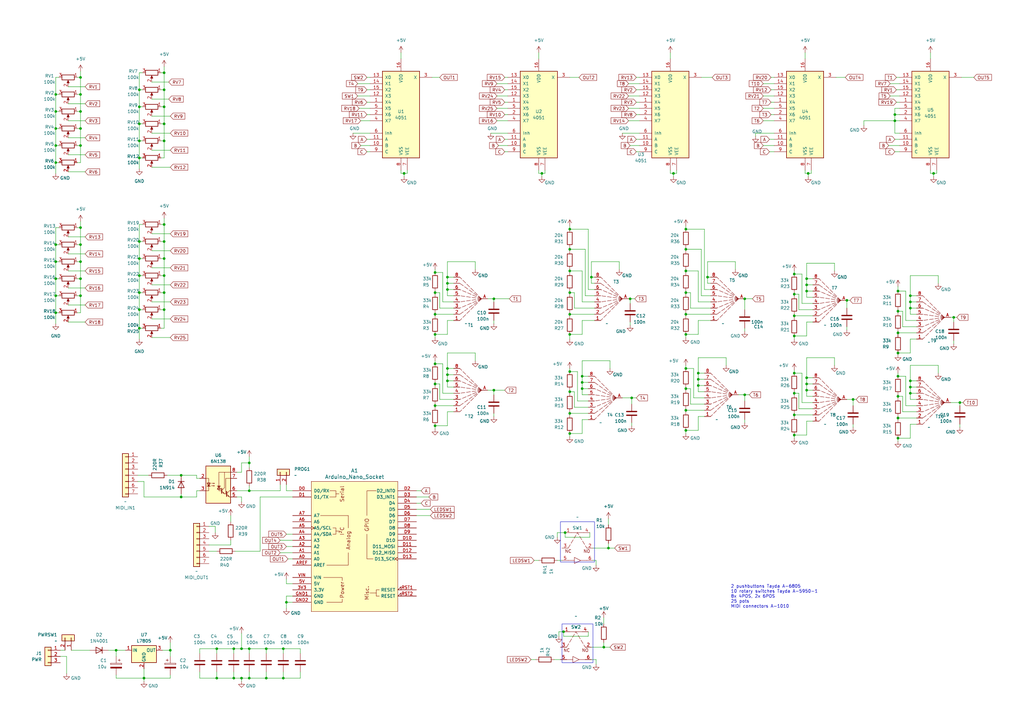
<source format=kicad_sch>
(kicad_sch (version 20230121) (generator eeschema)
  (paper "A3")
  (lib_symbols
    (symbol "4xxx:4051" (pin_names (offset 1.016))
      (property "Reference" "U" (at -7.62 19.05 0))
      (property "Value" "4051" (at -7.62 -19.05 0))
      (symbol "4051_1_0"
        (pin passive line (at -12.7 5.08 0) (length 5.08) (name "X4") (number "1"))
        (pin input line (at -12.7 -12.7 0) (length 5.08) (name "B") (number "10"))
        (pin input line (at -12.7 -10.16 0) (length 5.08) (name "A") (number "11"))
        (pin passive line (at -12.7 7.62 0) (length 5.08) (name "X3") (number "12"))
        (pin passive line (at -12.7 15.24 0) (length 5.08) (name "X0") (number "13"))
        (pin passive line (at -12.7 12.7 0) (length 5.08) (name "X1") (number "14"))
        (pin passive line (at -12.7 10.16 0) (length 5.08) (name "X2") (number "15"))
        (pin power_in line (at 0 22.86 270) (length 5.08) (name "VDD") (number "16"))
        (pin passive line (at -12.7 0 0) (length 5.08) (name "X6") (number "2"))
        (pin passive line (at 12.7 15.24 180) (length 5.08) (name "X") (number "3"))
        (pin passive line (at -12.7 -2.54 0) (length 5.08) (name "X7") (number "4"))
        (pin passive line (at -12.7 2.54 0) (length 5.08) (name "X5") (number "5"))
        (pin input line (at -12.7 -7.62 0) (length 5.08) (name "Inh") (number "6"))
        (pin power_in line (at 2.54 -22.86 90) (length 5.08) (name "VEE") (number "7"))
        (pin power_in line (at 0 -22.86 90) (length 5.08) (name "VSS") (number "8"))
        (pin input line (at -12.7 -15.24 0) (length 5.08) (name "C") (number "9"))
      )
    )
    (symbol "Connector_Generic:Conn_01x02" (pin_names (offset 1.016) hide)
      (property "Reference" "J" (at 0 2.54 0))
      (property "Value" "Conn_01x02" (at 0 -5.08 0))
      (symbol "Conn_01x02_1_1"
        (pin passive line (at -5.08 0 0) (length 3.81) (name "Pin_1") (number "1"))
        (pin passive line (at -5.08 -2.54 0) (length 3.81) (name "Pin_2") (number "2"))
      )
    )
    (symbol "Connector_Generic:Conn_01x03" (pin_names (offset 1.016) hide)
      (property "Reference" "J" (at 0 5.08 0))
      (property "Value" "Conn_01x03" (at 0 -5.08 0))
      (symbol "Conn_01x03_1_1"
        (pin passive line (at -5.08 2.54 0) (length 3.81) (name "Pin_1") (number "1"))
        (pin passive line (at -5.08 0 0) (length 3.81) (name "Pin_2") (number "2"))
        (pin passive line (at -5.08 -2.54 0) (length 3.81) (name "Pin_3") (number "3"))
      )
    )
    (symbol "Connector_Generic:Conn_01x07" (pin_names (offset 1.016) hide)
      (property "Reference" "J" (at 0 10.16 0))
      (property "Value" "Conn_01x07" (at 0 -10.16 0))
      (symbol "Conn_01x07_1_1"
        (pin passive line (at -5.08 7.62 0) (length 3.81) (name "Pin_1") (number "1"))
        (pin passive line (at -5.08 5.08 0) (length 3.81) (name "Pin_2") (number "2"))
        (pin passive line (at -5.08 2.54 0) (length 3.81) (name "Pin_3") (number "3"))
        (pin passive line (at -5.08 0 0) (length 3.81) (name "Pin_4") (number "4"))
        (pin passive line (at -5.08 -2.54 0) (length 3.81) (name "Pin_5") (number "5"))
        (pin passive line (at -5.08 -5.08 0) (length 3.81) (name "Pin_6") (number "6"))
        (pin passive line (at -5.08 -7.62 0) (length 3.81) (name "Pin_7") (number "7"))
      )
    )
    (symbol "Device:C" (pin_numbers hide) (pin_names (offset 0.254))
      (property "Reference" "C" (at 0.635 2.54 0))
      (property "Value" "C" (at 0.635 -2.54 0))
      (symbol "C_1_1"
        (pin passive line (at 0 3.81 270) (length 2.794) (name "~") (number "1"))
        (pin passive line (at 0 -3.81 90) (length 2.794) (name "~") (number "2"))
      )
    )
    (symbol "Device:C_Polarized" (pin_numbers hide) (pin_names (offset 0.254))
      (property "Reference" "C" (at 0.635 2.54 0))
      (property "Value" "C_Polarized" (at 0.635 -2.54 0))
      (symbol "C_Polarized_1_1"
        (pin passive line (at 0 3.81 270) (length 2.794) (name "~") (number "1"))
        (pin passive line (at 0 -3.81 90) (length 2.794) (name "~") (number "2"))
      )
    )
    (symbol "Device:R" (pin_numbers hide) (pin_names (offset 0))
      (property "Reference" "R" (at 2.032 0 90))
      (property "Value" "R" (at 0 0 90))
      (symbol "R_1_1"
        (pin passive line (at 0 3.81 270) (length 1.27) (name "~") (number "1"))
        (pin passive line (at 0 -3.81 90) (length 1.27) (name "~") (number "2"))
      )
    )
    (symbol "Device:R_Potentiometer" (pin_names (offset 1.016) hide)
      (property "Reference" "RV" (at -4.445 0 90))
      (property "Value" "R_Potentiometer" (at -2.54 0 90))
      (symbol "R_Potentiometer_1_1"
        (pin passive line (at 0 3.81 270) (length 1.27) (name "1") (number "1"))
        (pin passive line (at 3.81 0 180) (length 1.27) (name "2") (number "2"))
        (pin passive line (at 0 -3.81 90) (length 1.27) (name "3") (number "3"))
      )
    )
    (symbol "Diode:1N4001" (pin_numbers hide) (pin_names hide)
      (property "Reference" "D" (at 0 2.54 0))
      (property "Value" "1N4001" (at 0 -2.54 0))
      (symbol "1N4001_1_1"
        (pin passive line (at -3.81 0 0) (length 2.54) (name "K") (number "1"))
        (pin passive line (at 3.81 0 180) (length 2.54) (name "A") (number "2"))
      )
    )
    (symbol "Diode:1N914" (pin_numbers hide) (pin_names hide)
      (property "Reference" "D" (at 0 2.54 0))
      (property "Value" "1N914" (at 0 -2.54 0))
      (symbol "1N914_1_1"
        (pin passive line (at -3.81 0 0) (length 2.54) (name "K") (number "1"))
        (pin passive line (at 3.81 0 180) (length 2.54) (name "A") (number "2"))
      )
    )
    (symbol "Isolator:6N138" (pin_names (offset 1.016) hide)
      (property "Reference" "U" (at -4.064 8.89 0))
      (property "Value" "6N138" (at 2.286 8.89 0))
      (symbol "6N138_1_1"
        (pin no_connect line (at -5.08 5.08 0) (length 2.54) hide (name "NC") (number "1"))
        (pin passive line (at -7.62 2.54 0) (length 2.54) (name "C1") (number "2"))
        (pin passive line (at -7.62 -2.54 0) (length 2.54) (name "C2") (number "3"))
        (pin no_connect line (at -5.08 -5.08 0) (length 2.54) hide (name "NC") (number "4"))
        (pin passive line (at 7.62 -5.08 180) (length 2.54) (name "GND") (number "5"))
        (pin passive line (at 7.62 -2.54 180) (length 2.54) (name "VO2") (number "6"))
        (pin passive line (at 7.62 2.54 180) (length 2.54) (name "VO1") (number "7"))
        (pin passive line (at 7.62 5.08 180) (length 2.54) (name "VCC") (number "8"))
      )
    )
    (symbol "JunoBtn_1"
      (property "Reference" "SW" (at 0 6.35 0))
      (symbol "JunoBtn_1_1_1"
        (text "NC" (at -3.81 -7.62 0) (effects (font (size 1.27 1.27))))
        (text "NO" (at 3.81 -7.62 0) (effects (font (size 1.27 1.27))))
        (pin bidirectional line (at -5.08 0 0) (length 2.54) (name "") (number "1"))
        (pin bidirectional line (at 6.35 -6.35 180) (length 2.54) (name "") (number "2"))
        (pin bidirectional line (at -6.35 -6.35 0) (length 2.54) (name "") (number "3"))
        (pin bidirectional line (at 5.08 0 180) (length 2.54) (name "") (number "4"))
        (pin input line (at -6.35 -11.43 0) (length 2.54) (name "") (number "5"))
        (pin output line (at 6.35 -11.43 180) (length 2.54) (name "") (number "6"))
      )
    )
    (symbol "Regulator_Linear:L7805" (pin_names (offset 0.254))
      (property "Reference" "U" (at -3.81 3.175 0))
      (property "Value" "L7805" (at 0 3.175 0))
      (symbol "L7805_1_1"
        (pin power_in line (at -7.62 0 0) (length 2.54) (name "IN") (number "1"))
        (pin power_in line (at 0 -7.62 90) (length 2.54) (name "GND") (number "2"))
        (pin power_out line (at 7.62 0 180) (length 2.54) (name "OUT") (number "3"))
      )
    )
    (symbol "SP8T_1"
      (property "Reference" "T" (at 3.81 -2.54 0))
      (symbol "SP8T_1_1_1"
        (pin input line (at -8.89 8.89 0) (length 2.54) (name "") (number "1"))
        (pin input line (at -8.89 6.35 0) (length 2.54) (name "") (number "2"))
        (pin input line (at -8.89 3.81 0) (length 2.54) (name "") (number "3"))
        (pin input line (at -8.89 1.27 0) (length 2.54) (name "") (number "4"))
        (pin input line (at -8.89 -1.27 0) (length 2.54) (name "") (number "5"))
        (pin input line (at -8.89 -3.81 0) (length 2.54) (name "") (number "6"))
        (pin input line (at -8.89 -6.35 0) (length 2.54) (name "") (number "7"))
        (pin input line (at -8.89 -8.89 0) (length 2.54) (name "") (number "8"))
        (pin output line (at 5.08 0 180) (length 2.54) (name "") (number "A"))
      )
    )
    (symbol "SP8T_2"
      (property "Reference" "T" (at 3.81 -2.54 0))
      (symbol "SP8T_2_1_1"
        (pin input line (at -8.89 8.89 0) (length 2.54) (name "") (number "1"))
        (pin input line (at -8.89 6.35 0) (length 2.54) (name "") (number "2"))
        (pin input line (at -8.89 3.81 0) (length 2.54) (name "") (number "3"))
        (pin input line (at -8.89 1.27 0) (length 2.54) (name "") (number "4"))
        (pin input line (at -8.89 -1.27 0) (length 2.54) (name "") (number "5"))
        (pin input line (at -8.89 -3.81 0) (length 2.54) (name "") (number "6"))
        (pin input line (at -8.89 -6.35 0) (length 2.54) (name "") (number "7"))
        (pin input line (at -8.89 -8.89 0) (length 2.54) (name "") (number "8"))
        (pin output line (at 5.08 0 180) (length 2.54) (name "") (number "A"))
      )
    )
    (symbol "SP8T_3"
      (property "Reference" "T" (at 3.81 -2.54 0))
      (symbol "SP8T_3_1_1"
        (pin input line (at -8.89 8.89 0) (length 2.54) (name "") (number "1"))
        (pin input line (at -8.89 6.35 0) (length 2.54) (name "") (number "2"))
        (pin input line (at -8.89 3.81 0) (length 2.54) (name "") (number "3"))
        (pin input line (at -8.89 1.27 0) (length 2.54) (name "") (number "4"))
        (pin input line (at -8.89 -1.27 0) (length 2.54) (name "") (number "5"))
        (pin input line (at -8.89 -3.81 0) (length 2.54) (name "") (number "6"))
        (pin input line (at -8.89 -6.35 0) (length 2.54) (name "") (number "7"))
        (pin input line (at -8.89 -8.89 0) (length 2.54) (name "") (number "8"))
        (pin output line (at 5.08 0 180) (length 2.54) (name "") (number "A"))
      )
    )
    (symbol "SP8T_4"
      (property "Reference" "T" (at 3.81 -2.54 0))
      (symbol "SP8T_4_1_1"
        (pin input line (at -8.89 8.89 0) (length 2.54) (name "") (number "1"))
        (pin input line (at -8.89 6.35 0) (length 2.54) (name "") (number "2"))
        (pin input line (at -8.89 3.81 0) (length 2.54) (name "") (number "3"))
        (pin input line (at -8.89 1.27 0) (length 2.54) (name "") (number "4"))
        (pin input line (at -8.89 -1.27 0) (length 2.54) (name "") (number "5"))
        (pin input line (at -8.89 -3.81 0) (length 2.54) (name "") (number "6"))
        (pin input line (at -8.89 -6.35 0) (length 2.54) (name "") (number "7"))
        (pin input line (at -8.89 -8.89 0) (length 2.54) (name "") (number "8"))
        (pin output line (at 5.08 0 180) (length 2.54) (name "") (number "A"))
      )
    )
    (symbol "SP8T_5"
      (property "Reference" "T" (at 3.81 -2.54 0))
      (symbol "SP8T_5_1_1"
        (pin input line (at -8.89 8.89 0) (length 2.54) (name "") (number "1"))
        (pin input line (at -8.89 6.35 0) (length 2.54) (name "") (number "2"))
        (pin input line (at -8.89 3.81 0) (length 2.54) (name "") (number "3"))
        (pin input line (at -8.89 1.27 0) (length 2.54) (name "") (number "4"))
        (pin input line (at -8.89 -1.27 0) (length 2.54) (name "") (number "5"))
        (pin input line (at -8.89 -3.81 0) (length 2.54) (name "") (number "6"))
        (pin input line (at -8.89 -6.35 0) (length 2.54) (name "") (number "7"))
        (pin input line (at -8.89 -8.89 0) (length 2.54) (name "") (number "8"))
        (pin output line (at 5.08 0 180) (length 2.54) (name "") (number "A"))
      )
    )
    (symbol "SP8T_6"
      (property "Reference" "T" (at 3.81 -2.54 0))
      (symbol "SP8T_6_1_1"
        (pin input line (at -8.89 8.89 0) (length 2.54) (name "") (number "1"))
        (pin input line (at -8.89 6.35 0) (length 2.54) (name "") (number "2"))
        (pin input line (at -8.89 3.81 0) (length 2.54) (name "") (number "3"))
        (pin input line (at -8.89 1.27 0) (length 2.54) (name "") (number "4"))
        (pin input line (at -8.89 -1.27 0) (length 2.54) (name "") (number "5"))
        (pin input line (at -8.89 -3.81 0) (length 2.54) (name "") (number "6"))
        (pin input line (at -8.89 -6.35 0) (length 2.54) (name "") (number "7"))
        (pin input line (at -8.89 -8.89 0) (length 2.54) (name "") (number "8"))
        (pin output line (at 5.08 0 180) (length 2.54) (name "") (number "A"))
      )
    )
    (symbol "SP8T_7"
      (property "Reference" "T" (at 3.81 -2.54 0))
      (symbol "SP8T_7_1_1"
        (pin input line (at -8.89 8.89 0) (length 2.54) (name "") (number "1"))
        (pin input line (at -8.89 6.35 0) (length 2.54) (name "") (number "2"))
        (pin input line (at -8.89 3.81 0) (length 2.54) (name "") (number "3"))
        (pin input line (at -8.89 1.27 0) (length 2.54) (name "") (number "4"))
        (pin input line (at -8.89 -1.27 0) (length 2.54) (name "") (number "5"))
        (pin input line (at -8.89 -3.81 0) (length 2.54) (name "") (number "6"))
        (pin input line (at -8.89 -6.35 0) (length 2.54) (name "") (number "7"))
        (pin input line (at -8.89 -8.89 0) (length 2.54) (name "") (number "8"))
        (pin output line (at 5.08 0 180) (length 2.54) (name "") (number "A"))
      )
    )
    (symbol "SP8T_8"
      (property "Reference" "T" (at 3.81 -2.54 0))
      (symbol "SP8T_8_1_1"
        (pin input line (at -8.89 8.89 0) (length 2.54) (name "") (number "1"))
        (pin input line (at -8.89 6.35 0) (length 2.54) (name "") (number "2"))
        (pin input line (at -8.89 3.81 0) (length 2.54) (name "") (number "3"))
        (pin input line (at -8.89 1.27 0) (length 2.54) (name "") (number "4"))
        (pin input line (at -8.89 -1.27 0) (length 2.54) (name "") (number "5"))
        (pin input line (at -8.89 -3.81 0) (length 2.54) (name "") (number "6"))
        (pin input line (at -8.89 -6.35 0) (length 2.54) (name "") (number "7"))
        (pin input line (at -8.89 -8.89 0) (length 2.54) (name "") (number "8"))
        (pin output line (at 5.08 0 180) (length 2.54) (name "") (number "A"))
      )
    )
    (symbol "SP8T_9"
      (property "Reference" "T" (at 3.81 -2.54 0))
      (symbol "SP8T_9_1_1"
        (pin input line (at -8.89 8.89 0) (length 2.54) (name "") (number "1"))
        (pin input line (at -8.89 6.35 0) (length 2.54) (name "") (number "2"))
        (pin input line (at -8.89 3.81 0) (length 2.54) (name "") (number "3"))
        (pin input line (at -8.89 1.27 0) (length 2.54) (name "") (number "4"))
        (pin input line (at -8.89 -1.27 0) (length 2.54) (name "") (number "5"))
        (pin input line (at -8.89 -3.81 0) (length 2.54) (name "") (number "6"))
        (pin input line (at -8.89 -6.35 0) (length 2.54) (name "") (number "7"))
        (pin input line (at -8.89 -8.89 0) (length 2.54) (name "") (number "8"))
        (pin output line (at 5.08 0 180) (length 2.54) (name "") (number "A"))
      )
    )
    (symbol "Switch:JunoBtn"
      (property "Reference" "SW" (at 0 6.35 0))
      (symbol "JunoBtn_1_1"
        (text "NC" (at -3.81 -7.62 0) (effects (font (size 1.27 1.27))))
        (text "NO" (at 3.81 -7.62 0) (effects (font (size 1.27 1.27))))
        (pin bidirectional line (at -5.08 0 0) (length 2.54) (name "") (number "1"))
        (pin bidirectional line (at 6.35 -6.35 180) (length 2.54) (name "") (number "2"))
        (pin bidirectional line (at -6.35 -6.35 0) (length 2.54) (name "") (number "3"))
        (pin bidirectional line (at 5.08 0 180) (length 2.54) (name "") (number "4"))
        (pin input line (at -6.35 -11.43 0) (length 2.54) (name "") (number "5"))
        (pin output line (at 6.35 -11.43 180) (length 2.54) (name "") (number "6"))
      )
    )
    (symbol "Switch:SP8T"
      (property "Reference" "T" (at 3.81 -2.54 0))
      (symbol "SP8T_1_1"
        (pin input line (at -8.89 8.89 0) (length 2.54) (name "") (number "1"))
        (pin input line (at -8.89 6.35 0) (length 2.54) (name "") (number "2"))
        (pin input line (at -8.89 3.81 0) (length 2.54) (name "") (number "3"))
        (pin input line (at -8.89 1.27 0) (length 2.54) (name "") (number "4"))
        (pin input line (at -8.89 -1.27 0) (length 2.54) (name "") (number "5"))
        (pin input line (at -8.89 -3.81 0) (length 2.54) (name "") (number "6"))
        (pin input line (at -8.89 -6.35 0) (length 2.54) (name "") (number "7"))
        (pin input line (at -8.89 -8.89 0) (length 2.54) (name "") (number "8"))
        (pin output line (at 5.08 0 180) (length 2.54) (name "") (number "A"))
      )
    )
    (symbol "arduino-library:Arduino_Nano_Socket" (pin_names (offset 1.016))
      (property "Reference" "A" (at 0 33.02 0))
      (property "Value" "Arduino_Nano_Socket" (at 0 29.21 0))
      (symbol "Arduino_Nano_Socket_0_0"
        (text "Analog" (at -2.54 2.54 900) (effects (font (size 1.524 1.524))))
        (text "I²C" (at -5.08 6.35 900) (effects (font (size 1.524 1.524))))
        (text "Misc." (at 5.08 -19.05 900) (effects (font (size 1.524 1.524))))
        (text "Power" (at -5.08 -17.78 900) (effects (font (size 1.524 1.524))))
        (text "Serial" (at -5.08 21.59 900) (effects (font (size 1.524 1.524))))
      )
      (symbol "Arduino_Nano_Socket_1_0"
        (text "GPIO" (at 5.08 8.89 900) (effects (font (size 1.524 1.524))))
      )
      (symbol "Arduino_Nano_Socket_1_1"
        (pin power_out line (at -25.4 -17.78 0) (length 7.62) (name "3.3V") (number "3V3"))
        (pin power_in line (at -25.4 -15.24 0) (length 7.62) (name "5V") (number "5V"))
        (pin bidirectional line (at -25.4 -5.08 0) (length 7.62) (name "A0") (number "A0"))
        (pin bidirectional line (at -25.4 -2.54 0) (length 7.62) (name "A1") (number "A1"))
        (pin bidirectional line (at -25.4 0 0) (length 7.62) (name "A2") (number "A2"))
        (pin bidirectional line (at -25.4 2.54 0) (length 7.62) (name "A3") (number "A3"))
        (pin bidirectional line (at -25.4 5.08 0) (length 7.62) (name "A4/SDA") (number "A4"))
        (pin bidirectional clock (at -25.4 7.62 0) (length 7.62) (name "A5/SCL") (number "A5"))
        (pin input line (at -25.4 10.16 0) (length 7.62) (name "A6") (number "A6"))
        (pin input line (at -25.4 12.7 0) (length 7.62) (name "A7") (number "A7"))
        (pin input line (at -25.4 -7.62 0) (length 7.62) (name "AREF") (number "AREF"))
        (pin bidirectional line (at -25.4 22.86 0) (length 7.62) (name "D0/RX") (number "D0"))
        (pin bidirectional line (at -25.4 20.32 0) (length 7.62) (name "D1/TX") (number "D1"))
        (pin bidirectional line (at 25.4 2.54 180) (length 7.62) (name "D10") (number "D10"))
        (pin bidirectional line (at 25.4 0 180) (length 7.62) (name "D11_MOSI") (number "D11"))
        (pin bidirectional line (at 25.4 -2.54 180) (length 7.62) (name "D12_MISO") (number "D12"))
        (pin bidirectional clock (at 25.4 -5.08 180) (length 7.62) (name "D13_SCK") (number "D13"))
        (pin bidirectional line (at 25.4 22.86 180) (length 7.62) (name "D2_INT0") (number "D2"))
        (pin bidirectional line (at 25.4 20.32 180) (length 7.62) (name "D3_INT1") (number "D3"))
        (pin bidirectional line (at 25.4 17.78 180) (length 7.62) (name "D4") (number "D4"))
        (pin bidirectional line (at 25.4 15.24 180) (length 7.62) (name "D5") (number "D5"))
        (pin bidirectional line (at 25.4 12.7 180) (length 7.62) (name "D6") (number "D6"))
        (pin bidirectional line (at 25.4 10.16 180) (length 7.62) (name "D7") (number "D7"))
        (pin bidirectional line (at 25.4 7.62 180) (length 7.62) (name "D8") (number "D8"))
        (pin bidirectional line (at 25.4 5.08 180) (length 7.62) (name "D9") (number "D9"))
        (pin power_in line (at -25.4 -20.32 0) (length 7.62) (name "GND") (number "GND1"))
        (pin power_in line (at -25.4 -22.86 0) (length 7.62) (name "GND") (number "GND2"))
        (pin open_collector input_low (at 25.4 -17.78 180) (length 7.62) (name "RESET") (number "RST1"))
        (pin open_collector input_low (at 25.4 -20.32 180) (length 7.62) (name "RESET") (number "RST2"))
        (pin power_in line (at -25.4 -12.7 0) (length 7.62) (name "VIN") (number "VIN"))
      )
    )
    (symbol "power:+5V" (power) (pin_names (offset 0))
      (property "Value" "+5V" (at 0 3.556 0))
      (symbol "+5V_1_1"
        (pin power_in line (at 0 0 90) (length 0) hide (name "+5V") (number "1"))
      )
    )
    (symbol "power:GND" (power) (pin_names (offset 0))
      (property "Value" "GND" (at 0 -3.81 0))
      (symbol "GND_1_1"
        (pin power_in line (at 0 0 270) (length 0) hide (name "GND") (number "1"))
      )
    )
  )
  (junction (at 286.385 155.575))
  (junction (at 233.68 120.015))
  (junction (at 102.235 189.865))
  (junction (at 57.15 113.03))
  (junction (at 117.475 247.015))
  (junction (at 325.755 170.18))
  (junction (at 276.225 71.12))
  (junction (at 368.3 162.56))
  (junction (at 325.755 153.035))
  (junction (at 325.755 161.29))
  (junction (at 22.86 66.675))
  (junction (at 373.38 156.21))
  (junction (at 281.305 151.13))
  (junction (at 202.565 122.555))
  (junction (at 281.305 137.16))
  (junction (at 347.345 123.19))
  (junction (at 95.885 266.065))
  (junction (at 331.47 71.12))
  (junction (at 233.68 169.545))
  (junction (at 99.06 266.065))
  (junction (at 178.435 157.48))
  (junction (at 330.835 116.84))
  (junction (at 373.38 158.75))
  (junction (at 281.305 111.125))
  (junction (at 67.31 106.045))
  (junction (at 33.02 31.75))
  (junction (at 233.68 160.655))
  (junction (at 368.3 171.45))
  (junction (at 325.755 129.54))
  (junction (at 183.515 116.205))
  (junction (at 305.435 161.925))
  (junction (at 57.15 43.815))
  (junction (at 57.15 50.8))
  (junction (at 183.515 151.13))
  (junction (at 33.02 59.69))
  (junction (at 367.03 46.99))
  (junction (at 33.02 38.735))
  (junction (at 178.435 137.16))
  (junction (at 233.68 111.125))
  (junction (at 33.02 107.315))
  (junction (at 102.235 266.065))
  (junction (at 47.625 266.7))
  (junction (at 286.385 158.115))
  (junction (at 22.86 114.3))
  (junction (at 259.08 163.195))
  (junction (at 99.06 278.13))
  (junction (at 22.86 128.27))
  (junction (at 305.435 122.555))
  (junction (at 325.755 120.65))
  (junction (at 258.445 122.555))
  (junction (at 281.305 120.015))
  (junction (at 330.835 154.94))
  (junction (at 33.02 100.33))
  (junction (at 67.31 92.075))
  (junction (at 33.02 45.72))
  (junction (at 67.31 57.785))
  (junction (at 88.9 278.13))
  (junction (at 231.14 259.08))
  (junction (at 325.755 137.795))
  (junction (at 183.515 118.745))
  (junction (at 178.435 120.015))
  (junction (at 67.31 36.83))
  (junction (at 367.03 49.53))
  (junction (at 67.31 127))
  (junction (at 330.835 119.38))
  (junction (at 373.38 121.285))
  (junction (at 178.435 128.905))
  (junction (at 67.31 43.815))
  (junction (at 183.515 113.665))
  (junction (at 202.565 160.02))
  (junction (at 22.86 100.33))
  (junction (at 373.38 126.365))
  (junction (at 178.435 149.225))
  (junction (at 183.515 156.21))
  (junction (at 368.3 136.525))
  (junction (at 67.31 29.845))
  (junction (at 57.15 127))
  (junction (at 74.295 194.945))
  (junction (at 286.385 153.035))
  (junction (at 67.31 113.03))
  (junction (at 368.3 119.38))
  (junction (at 67.31 120.015))
  (junction (at 393.7 165.1))
  (junction (at 22.86 121.285))
  (junction (at 391.16 130.175))
  (junction (at 325.755 112.395))
  (junction (at 109.22 266.065))
  (junction (at 222.25 71.12))
  (junction (at 67.31 99.06))
  (junction (at 22.86 59.69))
  (junction (at 349.885 163.83))
  (junction (at 281.305 93.98))
  (junction (at 233.68 152.4))
  (junction (at 22.86 38.735))
  (junction (at 67.31 50.8))
  (junction (at 178.435 166.37))
  (junction (at 178.435 174.625))
  (junction (at 368.3 144.78))
  (junction (at 57.15 106.045))
  (junction (at 325.755 178.435))
  (junction (at 330.835 157.48))
  (junction (at 74.295 203.835))
  (junction (at 57.15 57.785))
  (junction (at 242.57 113.665))
  (junction (at 373.38 123.825))
  (junction (at 368.3 179.705))
  (junction (at 57.15 120.015))
  (junction (at 33.02 121.285))
  (junction (at 368.3 127.635))
  (junction (at 57.15 36.83))
  (junction (at 95.885 278.13))
  (junction (at 116.205 278.13))
  (junction (at 238.76 154.305))
  (junction (at 102.235 278.13))
  (junction (at 281.305 176.53))
  (junction (at 22.86 45.72))
  (junction (at 373.38 161.29))
  (junction (at 233.68 93.98))
  (junction (at 57.15 64.77))
  (junction (at 178.435 111.76))
  (junction (at 33.02 114.3))
  (junction (at 33.02 52.705))
  (junction (at 238.76 156.845))
  (junction (at 233.68 102.235))
  (junction (at 233.68 137.16))
  (junction (at 233.68 177.8))
  (junction (at 109.22 278.13))
  (junction (at 238.76 159.385))
  (junction (at 59.055 278.13))
  (junction (at 22.86 107.315))
  (junction (at 57.15 99.06))
  (junction (at 57.15 134.62))
  (junction (at 281.305 168.275))
  (junction (at 382.905 71.12))
  (junction (at 165.735 71.12))
  (junction (at 116.205 266.065))
  (junction (at 69.85 266.7))
  (junction (at 88.9 266.065))
  (junction (at 249.555 224.79))
  (junction (at 330.835 114.3))
  (junction (at 368.3 154.305))
  (junction (at 290.195 113.665))
  (junction (at 183.515 153.67))
  (junction (at 33.02 93.345))
  (junction (at 281.305 159.385))
  (junction (at 102.235 201.295))
  (junction (at 247.65 265.43))
  (junction (at 281.305 128.905))
  (junction (at 231.775 218.44))
  (junction (at 233.68 128.905))
  (junction (at 330.835 160.02))
  (junction (at 22.86 52.705))
  (junction (at 281.305 102.235))
  (wire (pts (xy 349.885 163.83) (xy 351.155 163.83)))
  (wire (pts (xy 57.15 127) (xy 57.15 134.62)))
  (wire (pts (xy 203.835 39.37) (xy 208.28 39.37)))
  (wire (pts (xy 305.435 134.62) (xy 305.435 135.89)))
  (wire (pts (xy 106.68 203.835) (xy 106.68 226.06)))
  (wire (pts (xy 95.885 266.065) (xy 95.885 267.97)))
  (wire (pts (xy 371.475 131.445) (xy 375.92 131.445)))
  (wire (pts (xy 33.02 38.735) (xy 33.02 31.75)))
  (wire (pts (xy 375.92 168.91) (xy 370.205 168.91)))
  (wire (pts (xy 288.925 165.735) (xy 283.21 165.735)))
  (wire (pts (xy 233.68 120.015) (xy 233.68 119.38)))
  (wire (pts (xy 328.93 165.1) (xy 333.375 165.1)))
  (wire (pts (xy 368.3 128.27) (xy 368.3 127.635)))
  (wire (pts (xy 368.3 144.78) (xy 368.3 145.415)))
  (wire (pts (xy 67.31 50.8) (xy 67.31 43.815)))
  (wire (pts (xy 373.38 163.83) (xy 375.92 163.83)))
  (wire (pts (xy 233.68 92.71) (xy 233.68 93.98)))
  (wire (pts (xy 88.9 266.065) (xy 88.9 267.97)))
  (wire (pts (xy 88.9 278.13) (xy 95.885 278.13)))
  (wire (pts (xy 31.75 100.33) (xy 33.02 100.33)))
  (wire (pts (xy 183.515 107.315) (xy 194.945 107.315)))
  (wire (pts (xy 286.385 155.575) (xy 288.925 155.575)))
  (wire (pts (xy 24.13 114.3) (xy 22.86 114.3)))
  (wire (pts (xy 368.3 154.305) (xy 371.475 154.305)))
  (wire (pts (xy 316.23 46.99) (xy 317.5 46.99)))
  (wire (pts (xy 183.515 158.75) (xy 186.055 158.75)))
  (wire (pts (xy 102.235 189.865) (xy 102.235 191.77)))
  (wire (pts (xy 381.635 71.12) (xy 382.905 71.12)))
  (wire (pts (xy 370.205 127.635) (xy 368.3 127.635)))
  (wire (pts (xy 325.755 112.395) (xy 328.93 112.395)))
  (wire (pts (xy 201.295 54.61) (xy 208.28 54.61)))
  (wire (pts (xy 99.06 278.13) (xy 99.06 279.4)))
  (wire (pts (xy 305.435 122.555) (xy 308.61 122.555)))
  (wire (pts (xy 286.385 153.035) (xy 286.385 146.685)))
  (wire (pts (xy 368.3 127.635) (xy 368.3 127)))
  (wire (pts (xy 67.31 120.015) (xy 67.31 113.03)))
  (wire (pts (xy 27.94 49.53) (xy 34.925 49.53)))
  (wire (pts (xy 144.78 54.61) (xy 151.765 54.61)))
  (wire (pts (xy 364.49 59.69) (xy 368.935 59.69)))
  (wire (pts (xy 85.725 215.9) (xy 88.265 215.9)))
  (wire (pts (xy 178.435 158.115) (xy 178.435 157.48)))
  (wire (pts (xy 95.885 266.065) (xy 99.06 266.065)))
  (wire (pts (xy 69.85 269.24) (xy 69.85 266.7)))
  (wire (pts (xy 283.21 126.365) (xy 283.21 120.015)))
  (wire (pts (xy 238.76 111.125) (xy 233.68 111.125)))
  (wire (pts (xy 368.3 117.475) (xy 368.3 119.38)))
  (wire (pts (xy 242.57 265.43) (xy 247.65 265.43)))
  (wire (pts (xy 202.565 160.02) (xy 200.025 160.02)))
  (wire (pts (xy 233.68 169.545) (xy 241.3 169.545)))
  (wire (pts (xy 204.47 59.69) (xy 208.28 59.69)))
  (wire (pts (xy 241.935 220.345) (xy 231.775 220.345)))
  (wire (pts (xy 286.385 158.115) (xy 286.385 160.655)))
  (wire (pts (xy 288.925 118.745) (xy 291.465 118.745)))
  (wire (pts (xy 116.205 275.59) (xy 116.205 278.13)))
  (wire (pts (xy 233.68 128.905) (xy 243.84 128.905)))
  (wire (pts (xy 325.755 178.435) (xy 330.835 178.435)))
  (wire (pts (xy 309.88 54.61) (xy 317.5 54.61)))
  (wire (pts (xy 373.38 158.75) (xy 373.38 161.29)))
  (wire (pts (xy 370.205 133.985) (xy 370.205 127.635)))
  (wire (pts (xy 228.6 220.345) (xy 228.6 218.44)))
  (wire (pts (xy 243.84 116.205) (xy 242.57 116.205)))
  (wire (pts (xy 102.235 199.39) (xy 102.235 201.295)))
  (wire (pts (xy 330.835 146.685) (xy 342.265 146.685)))
  (wire (pts (xy 203.835 49.53) (xy 208.28 49.53)))
  (wire (pts (xy 106.68 203.835) (xy 120.015 203.835)))
  (wire (pts (xy 22.86 45.72) (xy 22.86 52.705)))
  (wire (pts (xy 180.34 163.83) (xy 180.34 157.48)))
  (wire (pts (xy 291.465 116.205) (xy 290.195 116.205)))
  (wire (pts (xy 371.475 166.37) (xy 371.475 154.305)))
  (wire (pts (xy 114.935 221.615) (xy 120.015 221.615)))
  (wire (pts (xy 31.75 107.315) (xy 33.02 107.315)))
  (wire (pts (xy 183.515 113.665) (xy 186.055 113.665)))
  (wire (pts (xy 373.38 173.99) (xy 375.92 173.99)))
  (wire (pts (xy 258.445 122.555) (xy 260.35 122.555)))
  (wire (pts (xy 287.655 121.285) (xy 291.465 121.285)))
  (wire (pts (xy 150.495 36.83) (xy 151.765 36.83)))
  (wire (pts (xy 354.33 51.435) (xy 354.33 49.53)))
  (wire (pts (xy 389.89 165.1) (xy 393.7 165.1)))
  (wire (pts (xy 249.555 224.79) (xy 252.095 224.79)))
  (wire (pts (xy 325.755 179.705) (xy 325.755 178.435)))
  (wire (pts (xy 27.94 111.125) (xy 34.925 111.125)))
  (wire (pts (xy 116.205 266.065) (xy 123.19 266.065)))
  (wire (pts (xy 255.27 54.61) (xy 262.255 54.61)))
  (wire (pts (xy 58.42 106.045) (xy 57.15 106.045)))
  (wire (pts (xy 241.3 167.005) (xy 235.585 167.005)))
  (wire (pts (xy 228.6 218.44) (xy 231.775 218.44)))
  (wire (pts (xy 22.86 107.315) (xy 22.86 114.3)))
  (wire (pts (xy 62.23 138.43) (xy 69.85 138.43)))
  (wire (pts (xy 181.61 161.29) (xy 186.055 161.29)))
  (wire (pts (xy 178.435 129.54) (xy 178.435 128.905)))
  (wire (pts (xy 393.7 173.99) (xy 393.7 175.26)))
  (wire (pts (xy 150.495 57.15) (xy 151.765 57.15)))
  (wire (pts (xy 67.31 57.785) (xy 67.31 50.8)))
  (wire (pts (xy 368.3 136.525) (xy 368.3 135.89)))
  (wire (pts (xy 180.34 126.365) (xy 180.34 120.015)))
  (wire (pts (xy 116.205 266.065) (xy 109.22 266.065)))
  (wire (pts (xy 290.195 107.315) (xy 301.625 107.315)))
  (wire (pts (xy 67.31 89.535) (xy 67.31 92.075)))
  (wire (pts (xy 260.985 41.91) (xy 262.255 41.91)))
  (wire (pts (xy 281.305 128.905) (xy 281.305 128.27)))
  (wire (pts (xy 233.68 161.29) (xy 233.68 160.655)))
  (wire (pts (xy 391.16 139.7) (xy 391.16 140.97)))
  (wire (pts (xy 258.445 59.69) (xy 262.255 59.69)))
  (wire (pts (xy 229.235 259.08) (xy 231.14 259.08)))
  (wire (pts (xy 330.835 114.3) (xy 333.375 114.3)))
  (wire (pts (xy 164.465 21.59) (xy 164.465 24.13)))
  (wire (pts (xy 242.57 270.51) (xy 244.475 270.51)))
  (wire (pts (xy 238.76 156.845) (xy 238.76 159.385)))
  (wire (pts (xy 27.305 269.24) (xy 24.765 269.24)))
  (wire (pts (xy 241.3 260.985) (xy 231.14 260.985)))
  (wire (pts (xy 180.34 157.48) (xy 178.435 157.48)))
  (wire (pts (xy 178.435 111.76) (xy 181.61 111.76)))
  (wire (pts (xy 102.235 275.59) (xy 102.235 278.13)))
  (wire (pts (xy 118.11 229.235) (xy 120.015 229.235)))
  (wire (pts (xy 259.08 163.195) (xy 260.985 163.195)))
  (wire (pts (xy 373.38 123.825) (xy 375.92 123.825)))
  (wire (pts (xy 117.475 244.475) (xy 117.475 247.015)))
  (wire (pts (xy 29.21 266.7) (xy 36.83 266.7)))
  (wire (pts (xy 305.435 161.925) (xy 307.34 161.925)))
  (wire (pts (xy 368.3 137.16) (xy 368.3 136.525)))
  (wire (pts (xy 207.01 31.75) (xy 208.28 31.75)))
  (wire (pts (xy 24.13 59.69) (xy 22.86 59.69)))
  (wire (pts (xy 368.935 44.45) (xy 367.03 44.45)))
  (wire (pts (xy 85.725 223.52) (xy 94.615 223.52)))
  (wire (pts (xy 327.66 120.65) (xy 325.755 120.65)))
  (wire (pts (xy 240.03 121.285) (xy 243.84 121.285)))
  (wire (pts (xy 116.205 278.13) (xy 123.19 278.13)))
  (wire (pts (xy 183.515 151.13) (xy 186.055 151.13)))
  (wire (pts (xy 281.305 176.53) (xy 286.385 176.53)))
  (wire (pts (xy 325.755 170.18) (xy 333.375 170.18)))
  (wire (pts (xy 67.31 134.62) (xy 67.31 127)))
  (wire (pts (xy 373.38 126.365) (xy 373.38 128.905)))
  (wire (pts (xy 57.15 64.77) (xy 58.42 64.77)))
  (wire (pts (xy 207.01 41.91) (xy 208.28 41.91)))
  (wire (pts (xy 102.235 201.295) (xy 114.935 201.295)))
  (wire (pts (xy 59.055 278.13) (xy 59.055 279.4)))
  (wire (pts (xy 373.38 113.03) (xy 373.38 121.285)))
  (wire (pts (xy 384.81 149.86) (xy 384.81 153.035)))
  (wire (pts (xy 241.3 259.08) (xy 241.3 260.985)))
  (wire (pts (xy 238.76 123.825) (xy 243.84 123.825)))
  (wire (pts (xy 330.2 21.59) (xy 330.2 24.13)))
  (wire (pts (xy 24.13 38.735) (xy 22.86 38.735)))
  (wire (pts (xy 235.585 126.365) (xy 235.585 120.015)))
  (wire (pts (xy 258.445 122.555) (xy 258.445 124.46)))
  (wire (pts (xy 102.235 266.065) (xy 99.06 266.065)))
  (wire (pts (xy 290.195 113.665) (xy 290.195 107.315)))
  (wire (pts (xy 170.815 206.375) (xy 172.72 206.375)))
  (wire (pts (xy 235.585 160.655) (xy 233.68 160.655)))
  (wire (pts (xy 62.23 123.825) (xy 69.85 123.825)))
  (wire (pts (xy 370.205 168.91) (xy 370.205 162.56)))
  (wire (pts (xy 287.655 31.75) (xy 292.1 31.75)))
  (wire (pts (xy 203.835 34.29) (xy 208.28 34.29)))
  (wire (pts (xy 58.42 120.015) (xy 57.15 120.015)))
  (wire (pts (xy 281.305 102.87) (xy 281.305 102.235)))
  (wire (pts (xy 183.515 168.91) (xy 186.055 168.91)))
  (wire (pts (xy 373.38 126.365) (xy 375.92 126.365)))
  (wire (pts (xy 373.38 113.03) (xy 384.81 113.03)))
  (wire (pts (xy 202.565 160.02) (xy 207.01 160.02)))
  (wire (pts (xy 59.055 197.485) (xy 56.515 197.485)))
  (wire (pts (xy 67.31 106.045) (xy 67.31 99.06)))
  (wire (pts (xy 88.9 275.59) (xy 88.9 278.13)))
  (wire (pts (xy 58.42 92.075) (xy 57.15 92.075)))
  (wire (pts (xy 146.685 34.29) (xy 151.765 34.29)))
  (wire (pts (xy 47.625 278.13) (xy 59.055 278.13)))
  (wire (pts (xy 102.235 278.13) (xy 99.06 278.13)))
  (wire (pts (xy 233.68 111.76) (xy 233.68 111.125)))
  (wire (pts (xy 109.22 275.59) (xy 109.22 278.13)))
  (wire (pts (xy 233.68 102.87) (xy 233.68 102.235)))
  (wire (pts (xy 62.23 95.885) (xy 69.85 95.885)))
  (wire (pts (xy 382.905 71.12) (xy 382.905 72.39)))
  (wire (pts (xy 219.075 229.87) (xy 220.98 229.87)))
  (wire (pts (xy 240.03 102.235) (xy 240.03 121.285)))
  (wire (pts (xy 178.435 128.905) (xy 178.435 128.27)))
  (wire (pts (xy 365.125 34.29) (xy 368.935 34.29)))
  (wire (pts (xy 327.66 167.64) (xy 327.66 161.29)))
  (wire (pts (xy 260.985 36.83) (xy 262.255 36.83)))
  (wire (pts (xy 183.515 156.21) (xy 183.515 158.75)))
  (wire (pts (xy 150.495 41.91) (xy 151.765 41.91)))
  (wire (pts (xy 241.935 218.44) (xy 241.935 220.345)))
  (wire (pts (xy 257.81 34.29) (xy 262.255 34.29)))
  (wire (pts (xy 381.635 69.85) (xy 381.635 71.12)))
  (wire (pts (xy 325.755 129.54) (xy 333.375 129.54)))
  (wire (pts (xy 66.04 106.045) (xy 67.31 106.045)))
  (wire (pts (xy 66.04 120.015) (xy 67.31 120.015)))
  (wire (pts (xy 297.815 146.685) (xy 297.815 149.86)))
  (wire (pts (xy 207.01 62.23) (xy 208.28 62.23)))
  (wire (pts (xy 183.515 116.205) (xy 186.055 116.205)))
  (wire (pts (xy 283.21 126.365) (xy 291.465 126.365)))
  (wire (pts (xy 373.38 161.29) (xy 375.92 161.29)))
  (wire (pts (xy 325.755 137.795) (xy 330.835 137.795)))
  (wire (pts (xy 24.13 107.315) (xy 22.86 107.315)))
  (wire (pts (xy 165.735 71.12) (xy 165.735 72.39)))
  (wire (pts (xy 67.31 43.815) (xy 67.31 36.83)))
  (wire (pts (xy 88.265 215.9) (xy 88.265 218.44)))
  (wire (pts (xy 281.305 102.235) (xy 287.655 102.235)))
  (wire (pts (xy 389.89 130.175) (xy 391.16 130.175)))
  (wire (pts (xy 330.835 116.84) (xy 330.835 119.38)))
  (wire (pts (xy 276.225 71.12) (xy 277.495 71.12)))
  (wire (pts (xy 283.21 159.385) (xy 281.305 159.385)))
  (wire (pts (xy 33.02 52.705) (xy 33.02 45.72)))
  (wire (pts (xy 183.515 118.745) (xy 183.515 116.205)))
  (wire (pts (xy 27.94 132.08) (xy 34.925 132.08)))
  (wire (pts (xy 81.915 267.97) (xy 81.915 266.065)))
  (wire (pts (xy 250.19 147.955) (xy 250.19 151.13)))
  (wire (pts (xy 31.75 93.345) (xy 33.02 93.345)))
  (wire (pts (xy 281.305 120.65) (xy 281.305 120.015)))
  (wire (pts (xy 235.585 167.005) (xy 235.585 160.655)))
  (wire (pts (xy 183.515 168.91) (xy 183.515 174.625)))
  (wire (pts (xy 238.76 123.825) (xy 238.76 111.125)))
  (wire (pts (xy 328.93 124.46) (xy 333.375 124.46)))
  (wire (pts (xy 178.435 128.905) (xy 186.055 128.905)))
  (wire (pts (xy 290.195 116.205) (xy 290.195 113.665)))
  (wire (pts (xy 57.15 113.03) (xy 57.15 120.015)))
  (wire (pts (xy 313.055 44.45) (xy 317.5 44.45)))
  (wire (pts (xy 22.86 66.675) (xy 24.13 66.675)))
  (wire (pts (xy 85.725 226.06) (xy 88.9 226.06)))
  (wire (pts (xy 325.755 139.065) (xy 325.755 137.795)))
  (wire (pts (xy 31.75 114.3) (xy 33.02 114.3)))
  (wire (pts (xy 33.02 100.33) (xy 33.02 93.345)))
  (wire (pts (xy 202.565 131.445) (xy 202.565 132.715)))
  (wire (pts (xy 178.435 137.16) (xy 178.435 138.43)))
  (wire (pts (xy 247.65 253.365) (xy 247.65 255.905)))
  (wire (pts (xy 330.835 154.94) (xy 330.835 157.48)))
  (wire (pts (xy 373.38 156.21) (xy 373.38 149.86)))
  (wire (pts (xy 305.435 161.925) (xy 305.435 164.465)))
  (wire (pts (xy 233.68 137.16) (xy 238.76 137.16)))
  (wire (pts (xy 96.52 226.06) (xy 106.68 226.06)))
  (wire (pts (xy 281.305 151.13) (xy 284.48 151.13)))
  (wire (pts (xy 367.03 44.45) (xy 367.03 46.99)))
  (wire (pts (xy 238.76 131.445) (xy 238.76 137.16)))
  (wire (pts (xy 233.68 93.98) (xy 241.3 93.98)))
  (wire (pts (xy 227.33 270.51) (xy 229.87 270.51)))
  (wire (pts (xy 305.435 172.085) (xy 305.435 173.355)))
  (wire (pts (xy 258.445 132.08) (xy 258.445 133.35)))
  (wire (pts (xy 178.435 166.37) (xy 186.055 166.37)))
  (wire (pts (xy 233.68 152.4) (xy 233.68 151.13)))
  (wire (pts (xy 58.42 99.06) (xy 57.15 99.06)))
  (wire (pts (xy 286.385 170.815) (xy 286.385 176.53)))
  (wire (pts (xy 281.305 111.125) (xy 281.305 110.49)))
  (wire (pts (xy 238.76 147.955) (xy 250.19 147.955)))
  (wire (pts (xy 259.08 163.195) (xy 259.08 165.735)))
  (wire (pts (xy 22.86 93.345) (xy 22.86 100.33)))
  (wire (pts (xy 368.3 172.085) (xy 368.3 171.45)))
  (wire (pts (xy 31.75 66.675) (xy 33.02 66.675)))
  (wire (pts (xy 194.945 107.315) (xy 194.945 110.49)))
  (wire (pts (xy 231.775 220.345) (xy 231.775 218.44)))
  (wire (pts (xy 286.385 170.815) (xy 288.925 170.815)))
  (wire (pts (xy 33.02 66.675) (xy 33.02 59.69)))
  (wire (pts (xy 238.76 161.925) (xy 241.3 161.925)))
  (wire (pts (xy 68.58 194.945) (xy 74.295 194.945)))
  (wire (pts (xy 325.755 130.175) (xy 325.755 129.54)))
  (wire (pts (xy 117.475 224.155) (xy 120.015 224.155)))
  (wire (pts (xy 164.465 71.12) (xy 165.735 71.12)))
  (wire (pts (xy 95.885 275.59) (xy 95.885 278.13)))
  (wire (pts (xy 22.86 59.69) (xy 22.86 66.675)))
  (wire (pts (xy 24.765 266.7) (xy 26.67 266.7)))
  (wire (pts (xy 27.94 35.56) (xy 34.925 35.56)))
  (wire (pts (xy 233.68 137.16) (xy 233.68 139.065)))
  (wire (pts (xy 368.3 179.705) (xy 373.38 179.705)))
  (wire (pts (xy 257.81 49.53) (xy 262.255 49.53)))
  (wire (pts (xy 367.665 36.83) (xy 368.935 36.83)))
  (wire (pts (xy 178.435 120.65) (xy 178.435 120.015)))
  (wire (pts (xy 249.555 224.79) (xy 249.555 222.885)))
  (wire (pts (xy 328.93 165.1) (xy 328.93 153.035)))
  (wire (pts (xy 186.055 121.285) (xy 183.515 121.285)))
  (wire (pts (xy 69.85 266.7) (xy 66.675 266.7)))
  (wire (pts (xy 220.98 21.59) (xy 220.98 24.13)))
  (wire (pts (xy 316.23 31.75) (xy 317.5 31.75)))
  (wire (pts (xy 33.02 59.69) (xy 33.02 52.705)))
  (wire (pts (xy 147.955 49.53) (xy 151.765 49.53)))
  (wire (pts (xy 57.15 127) (xy 58.42 127)))
  (wire (pts (xy 67.31 27.305) (xy 67.31 29.845)))
  (wire (pts (xy 368.3 162.56) (xy 368.3 161.925)))
  (wire (pts (xy 33.02 90.805) (xy 33.02 93.345)))
  (wire (pts (xy 331.47 71.12) (xy 332.74 71.12)))
  (wire (pts (xy 74.295 203.835) (xy 59.055 203.835)))
  (wire (pts (xy 233.68 129.54) (xy 233.68 128.905)))
  (wire (pts (xy 281.305 102.235) (xy 281.305 101.6)))
  (wire (pts (xy 290.195 113.665) (xy 291.465 113.665)))
  (wire (pts (xy 31.75 38.735) (xy 33.02 38.735)))
  (wire (pts (xy 286.385 158.115) (xy 288.925 158.115)))
  (wire (pts (xy 313.055 34.29) (xy 317.5 34.29)))
  (wire (pts (xy 57.15 43.815) (xy 57.15 50.8)))
  (wire (pts (xy 238.76 154.305) (xy 238.76 147.955)))
  (wire (pts (xy 370.205 162.56) (xy 368.3 162.56)))
  (wire (pts (xy 183.515 113.665) (xy 183.515 107.315)))
  (wire (pts (xy 373.38 156.21) (xy 373.38 158.75)))
  (wire (pts (xy 286.385 131.445) (xy 291.465 131.445)))
  (wire (pts (xy 56.515 194.945) (xy 60.96 194.945)))
  (wire (pts (xy 27.94 97.155) (xy 34.925 97.155)))
  (wire (pts (xy 109.22 266.065) (xy 109.22 267.97)))
  (wire (pts (xy 24.13 121.285) (xy 22.86 121.285)))
  (wire (pts (xy 117.475 247.015) (xy 117.475 249.555)))
  (wire (pts (xy 31.75 121.285) (xy 33.02 121.285)))
  (wire (pts (xy 368.3 119.38) (xy 371.475 119.38)))
  (wire (pts (xy 116.205 267.97) (xy 116.205 266.065)))
  (wire (pts (xy 283.21 165.735) (xy 283.21 159.385)))
  (wire (pts (xy 31.75 52.705) (xy 33.02 52.705)))
  (wire (pts (xy 147.32 44.45) (xy 151.765 44.45)))
  (wire (pts (xy 33.02 29.21) (xy 33.02 31.75)))
  (wire (pts (xy 373.38 156.21) (xy 375.92 156.21)))
  (wire (pts (xy 368.3 136.525) (xy 375.92 136.525)))
  (wire (pts (xy 347.345 123.19) (xy 348.615 123.19)))
  (wire (pts (xy 373.38 158.75) (xy 375.92 158.75)))
  (wire (pts (xy 67.31 113.03) (xy 67.31 106.045)))
  (wire (pts (xy 24.13 31.75) (xy 22.86 31.75)))
  (wire (pts (xy 81.915 201.295) (xy 80.645 201.295)))
  (wire (pts (xy 330.835 146.685) (xy 330.835 154.94)))
  (wire (pts (xy 330.835 160.02) (xy 330.835 162.56)))
  (wire (pts (xy 330.835 119.38) (xy 333.375 119.38)))
  (wire (pts (xy 178.435 120.015) (xy 178.435 119.38)))
  (wire (pts (xy 368.935 54.61) (xy 367.03 54.61)))
  (wire (pts (xy 47.625 266.7) (xy 51.435 266.7)))
  (wire (pts (xy 62.23 47.625) (xy 69.85 47.625)))
  (wire (pts (xy 74.295 202.565) (xy 74.295 203.835)))
  (wire (pts (xy 281.305 92.71) (xy 281.305 93.98)))
  (wire (pts (xy 243.205 229.87) (xy 244.475 229.87)))
  (wire (pts (xy 181.61 161.29) (xy 181.61 149.225)))
  (wire (pts (xy 67.31 127) (xy 67.31 120.015)))
  (wire (pts (xy 183.515 151.13) (xy 183.515 153.67)))
  (wire (pts (xy 316.23 36.83) (xy 317.5 36.83)))
  (wire (pts (xy 222.25 71.12) (xy 222.25 72.39)))
  (wire (pts (xy 305.435 122.555) (xy 305.435 127)))
  (wire (pts (xy 62.23 109.855) (xy 69.85 109.855)))
  (wire (pts (xy 250.19 265.43) (xy 247.65 265.43)))
  (wire (pts (xy 328.93 124.46) (xy 328.93 112.395)))
  (wire (pts (xy 183.515 144.78) (xy 194.945 144.78)))
  (wire (pts (xy 325.755 129.54) (xy 325.755 128.905)))
  (wire (pts (xy 330.835 157.48) (xy 330.835 160.02)))
  (wire (pts (xy 281.305 160.02) (xy 281.305 159.385)))
  (wire (pts (xy 330.835 121.92) (xy 333.375 121.92)))
  (wire (pts (xy 330.835 132.08) (xy 333.375 132.08)))
  (wire (pts (xy 373.38 121.285) (xy 375.92 121.285)))
  (wire (pts (xy 373.38 121.285) (xy 373.38 123.825)))
  (wire (pts (xy 62.23 116.84) (xy 69.85 116.84)))
  (wire (pts (xy 102.235 266.065) (xy 102.235 267.97)))
  (wire (pts (xy 238.76 159.385) (xy 238.76 161.925)))
  (wire (pts (xy 223.52 71.12) (xy 223.52 69.85)))
  (wire (pts (xy 229.235 260.985) (xy 229.235 259.08)))
  (wire (pts (xy 260.985 46.99) (xy 262.255 46.99)))
  (wire (pts (xy 286.385 131.445) (xy 286.385 137.16)))
  (wire (pts (xy 27.305 276.225) (xy 27.305 269.24)))
  (wire (pts (xy 347.345 123.19) (xy 347.345 126.365)))
  (wire (pts (xy 114.935 226.695) (xy 120.015 226.695)))
  (wire (pts (xy 260.985 62.23) (xy 262.255 62.23)))
  (wire (pts (xy 66.04 92.075) (xy 67.31 92.075)))
  (wire (pts (xy 325.755 121.285) (xy 325.755 120.65)))
  (wire (pts (xy 150.495 62.23) (xy 151.765 62.23)))
  (wire (pts (xy 368.3 163.195) (xy 368.3 162.56)))
  (wire (pts (xy 325.755 112.395) (xy 325.755 111.125)))
  (wire (pts (xy 222.25 71.12) (xy 223.52 71.12)))
  (wire (pts (xy 181.61 123.825) (xy 186.055 123.825)))
  (wire (pts (xy 66.04 36.83) (xy 67.31 36.83)))
  (wire (pts (xy 309.88 55.88) (xy 309.88 54.61)))
  (wire (pts (xy 57.15 29.845) (xy 57.15 36.83)))
  (wire (pts (xy 67.31 64.77) (xy 67.31 57.785)))
  (wire (pts (xy 62.23 61.595) (xy 69.85 61.595)))
  (wire (pts (xy 325.755 170.18) (xy 325.755 169.545)))
  (wire (pts (xy 170.815 208.915) (xy 176.53 208.915)))
  (wire (pts (xy 207.01 57.15) (xy 208.28 57.15)))
  (wire (pts (xy 183.515 121.285) (xy 183.515 118.745)))
  (wire (pts (xy 81.915 266.065) (xy 88.9 266.065)))
  (wire (pts (xy 238.76 131.445) (xy 243.84 131.445)))
  (wire (pts (xy 277.495 71.12) (xy 277.495 69.85)))
  (wire (pts (xy 244.475 272.415) (xy 244.475 270.51)))
  (wire (pts (xy 349.885 163.83) (xy 349.885 166.37)))
  (wire (pts (xy 257.81 122.555) (xy 258.445 122.555)))
  (wire (pts (xy 117.475 239.395) (xy 120.015 239.395)))
  (wire (pts (xy 254 107.315) (xy 254 110.49)))
  (wire (pts (xy 102.235 187.325) (xy 102.235 189.865)))
  (wire (pts (xy 57.15 57.785) (xy 57.15 64.77)))
  (wire (pts (xy 233.68 160.655) (xy 233.68 160.02)))
  (wire (pts (xy 330.835 132.08) (xy 330.835 137.795)))
  (wire (pts (xy 371.475 166.37) (xy 375.92 166.37)))
  (wire (pts (xy 257.81 44.45) (xy 262.255 44.45)))
  (wire (pts (xy 231.14 260.985) (xy 231.14 259.08)))
  (wire (pts (xy 22.86 128.27) (xy 24.13 128.27)))
  (wire (pts (xy 391.16 130.175) (xy 391.16 132.08)))
  (wire (pts (xy 203.835 44.45) (xy 208.28 44.45)))
  (wire (pts (xy 302.895 161.925) (xy 305.435 161.925)))
  (wire (pts (xy 330.835 107.95) (xy 330.835 114.3)))
  (wire (pts (xy 178.435 167.005) (xy 178.435 166.37)))
  (wire (pts (xy 233.68 179.07) (xy 233.68 177.8)))
  (wire (pts (xy 57.15 92.075) (xy 57.15 99.06)))
  (wire (pts (xy 235.585 126.365) (xy 243.84 126.365)))
  (wire (pts (xy 66.04 29.845) (xy 67.31 29.845)))
  (wire (pts (xy 238.76 156.845) (xy 241.3 156.845)))
  (wire (pts (xy 150.495 31.75) (xy 151.765 31.75)))
  (wire (pts (xy 81.915 275.59) (xy 81.915 278.13)))
  (wire (pts (xy 80.645 196.215) (xy 80.645 194.945)))
  (wire (pts (xy 81.915 278.13) (xy 88.9 278.13)))
  (wire (pts (xy 244.475 231.775) (xy 244.475 229.87)))
  (wire (pts (xy 27.94 63.5) (xy 34.925 63.5)))
  (wire (pts (xy 97.155 203.835) (xy 99.06 203.835)))
  (wire (pts (xy 170.815 211.455) (xy 176.53 211.455)))
  (wire (pts (xy 31.75 45.72) (xy 33.02 45.72)))
  (wire (pts (xy 183.515 131.445) (xy 183.515 137.16)))
  (wire (pts (xy 373.38 161.29) (xy 373.38 163.83)))
  (wire (pts (xy 373.38 149.86) (xy 384.81 149.86)))
  (wire (pts (xy 178.435 175.895) (xy 178.435 174.625)))
  (wire (pts (xy 117.475 247.015) (xy 120.015 247.015)))
  (wire (pts (xy 117.475 198.755) (xy 117.475 201.295)))
  (wire (pts (xy 99.06 193.675) (xy 97.155 193.675)))
  (wire (pts (xy 183.515 151.13) (xy 183.515 144.78)))
  (wire (pts (xy 233.68 111.125) (xy 233.68 110.49)))
  (wire (pts (xy 27.94 118.11) (xy 34.925 118.11)))
  (wire (pts (xy 95.885 278.13) (xy 99.06 278.13)))
  (wire (pts (xy 330.835 116.84) (xy 333.375 116.84)))
  (wire (pts (xy 66.04 43.815) (xy 67.31 43.815)))
  (wire (pts (xy 47.625 276.86) (xy 47.625 278.13)))
  (wire (pts (xy 202.565 161.925) (xy 202.565 160.02)))
  (wire (pts (xy 167.005 71.12) (xy 167.005 69.85)))
  (wire (pts (xy 368.3 171.45) (xy 375.92 171.45)))
  (wire (pts (xy 58.42 57.785) (xy 57.15 57.785)))
  (wire (pts (xy 368.3 179.705) (xy 368.3 180.975)))
  (wire (pts (xy 241.3 118.745) (xy 243.84 118.745)))
  (wire (pts (xy 44.45 266.7) (xy 47.625 266.7)))
  (wire (pts (xy 367.665 31.75) (xy 368.935 31.75)))
  (wire (pts (xy 233.68 120.65) (xy 233.68 120.015)))
  (wire (pts (xy 22.86 52.705) (xy 22.86 59.69)))
  (wire (pts (xy 233.68 102.235) (xy 233.68 101.6)))
  (wire (pts (xy 66.04 134.62) (xy 67.31 134.62)))
  (wire (pts (xy 367.03 46.99) (xy 367.03 49.53)))
  (wire (pts (xy 260.985 31.75) (xy 262.255 31.75)))
  (wire (pts (xy 330.2 69.85) (xy 330.2 71.12)))
  (wire (pts (xy 31.75 31.75) (xy 33.02 31.75)))
  (wire (pts (xy 288.925 93.98) (xy 288.925 118.745)))
  (wire (pts (xy 22.86 121.285) (xy 22.86 128.27)))
  (wire (pts (xy 238.76 154.305) (xy 238.76 156.845)))
  (wire (pts (xy 281.305 168.91) (xy 281.305 168.275)))
  (wire (pts (xy 330.835 172.72) (xy 333.375 172.72)))
  (wire (pts (xy 382.905 71.12) (xy 384.175 71.12)))
  (wire (pts (xy 233.68 170.18) (xy 233.68 169.545)))
  (wire (pts (xy 373.38 128.905) (xy 375.92 128.905)))
  (wire (pts (xy 393.7 165.1) (xy 394.97 165.1)))
  (wire (pts (xy 183.515 153.67) (xy 186.055 153.67)))
  (wire (pts (xy 99.06 203.835) (xy 99.06 205.74)))
  (wire (pts (xy 47.625 266.7) (xy 47.625 269.24)))
  (wire (pts (xy 354.33 49.53) (xy 367.03 49.53)))
  (wire (pts (xy 249.555 212.725) (xy 249.555 215.265)))
  (wire (pts (xy 241.3 93.98) (xy 241.3 118.745)))
  (wire (pts (xy 347.345 133.985) (xy 347.345 135.255)))
  (wire (pts (xy 286.385 146.685) (xy 297.815 146.685)))
  (wire (pts (xy 62.23 40.64) (xy 69.215 40.64)))
  (wire (pts (xy 170.815 201.295) (xy 172.72 201.295)))
  (wire (pts (xy 66.04 99.06) (xy 67.31 99.06)))
  (wire (pts (xy 33.02 45.72) (xy 33.02 38.735)))
  (wire (pts (xy 228.6 229.87) (xy 230.505 229.87)))
  (wire (pts (xy 238.76 159.385) (xy 241.3 159.385)))
  (wire (pts (xy 22.86 38.735) (xy 22.86 45.72)))
  (wire (pts (xy 80.645 203.835) (xy 74.295 203.835)))
  (wire (pts (xy 178.435 157.48) (xy 178.435 156.845)))
  (wire (pts (xy 22.86 114.3) (xy 22.86 121.285)))
  (wire (pts (xy 315.595 62.23) (xy 317.5 62.23)))
  (wire (pts (xy 27.94 56.515) (xy 34.925 56.515)))
  (wire (pts (xy 243.205 224.79) (xy 249.555 224.79)))
  (wire (pts (xy 24.13 45.72) (xy 22.86 45.72)))
  (wire (pts (xy 62.23 54.61) (xy 69.85 54.61)))
  (wire (pts (xy 80.645 194.945) (xy 74.295 194.945)))
  (wire (pts (xy 66.04 127) (xy 67.31 127)))
  (wire (pts (xy 325.755 161.29) (xy 325.755 160.655)))
  (wire (pts (xy 80.645 201.295) (xy 80.645 203.835)))
  (wire (pts (xy 367.03 62.23) (xy 368.935 62.23)))
  (wire (pts (xy 202.565 169.545) (xy 202.565 170.815)))
  (wire (pts (xy 238.76 172.085) (xy 241.3 172.085)))
  (wire (pts (xy 286.385 111.125) (xy 281.305 111.125)))
  (wire (pts (xy 368.935 46.99) (xy 367.03 46.99)))
  (wire (pts (xy 178.435 149.225) (xy 178.435 147.955)))
  (wire (pts (xy 202.565 122.555) (xy 208.915 122.555)))
  (wire (pts (xy 257.81 39.37) (xy 262.255 39.37)))
  (wire (pts (xy 123.19 267.97) (xy 123.19 266.065)))
  (wire (pts (xy 22.86 31.75) (xy 22.86 38.735)))
  (wire (pts (xy 116.205 278.13) (xy 109.22 278.13)))
  (wire (pts (xy 183.515 116.205) (xy 183.515 113.665)))
  (wire (pts (xy 315.595 57.15) (xy 317.5 57.15)))
  (wire (pts (xy 117.475 237.49) (xy 117.475 239.395)))
  (wire (pts (xy 286.385 155.575) (xy 286.385 158.115)))
  (wire (pts (xy 255.27 163.195) (xy 259.08 163.195)))
  (wire (pts (xy 301.625 107.315) (xy 301.625 110.49)))
  (wire (pts (xy 102.235 189.865) (xy 99.06 189.865)))
  (wire (pts (xy 58.42 113.03) (xy 57.15 113.03)))
  (wire (pts (xy 31.75 59.69) (xy 33.02 59.69)))
  (wire (pts (xy 368.3 144.78) (xy 373.38 144.78)))
  (wire (pts (xy 236.855 164.465) (xy 241.3 164.465)))
  (wire (pts (xy 220.98 69.85) (xy 220.98 71.12)))
  (wire (pts (xy 286.385 153.035) (xy 288.925 153.035)))
  (wire (pts (xy 384.81 113.03) (xy 384.81 116.205)))
  (wire (pts (xy 281.305 120.015) (xy 281.305 119.38)))
  (wire (pts (xy 186.055 163.83) (xy 180.34 163.83)))
  (wire (pts (xy 281.305 128.905) (xy 291.465 128.905)))
  (wire (pts (xy 381.635 21.59) (xy 381.635 24.13)))
  (wire (pts (xy 316.23 41.91) (xy 317.5 41.91)))
  (wire (pts (xy 330.835 154.94) (xy 333.375 154.94)))
  (wire (pts (xy 66.04 50.8) (xy 67.31 50.8)))
  (wire (pts (xy 325.755 153.035) (xy 325.755 151.765)))
  (wire (pts (xy 281.305 129.54) (xy 281.305 128.905)))
  (wire (pts (xy 57.15 134.62) (xy 58.42 134.62)))
  (wire (pts (xy 109.22 266.065) (xy 102.235 266.065)))
  (wire (pts (xy 242.57 107.315) (xy 254 107.315)))
  (wire (pts (xy 274.955 21.59) (xy 274.955 24.13)))
  (wire (pts (xy 164.465 69.85) (xy 164.465 71.12)))
  (wire (pts (xy 183.515 156.21) (xy 186.055 156.21)))
  (wire (pts (xy 242.57 113.665) (xy 243.84 113.665)))
  (wire (pts (xy 367.03 57.15) (xy 368.935 57.15)))
  (wire (pts (xy 281.305 177.8) (xy 281.305 176.53)))
  (wire (pts (xy 276.225 71.12) (xy 276.225 72.39)))
  (wire (pts (xy 242.57 116.205) (xy 242.57 113.665)))
  (wire (pts (xy 325.755 170.815) (xy 325.755 170.18)))
  (wire (pts (xy 330.835 114.3) (xy 330.835 116.84)))
  (wire (pts (xy 58.42 29.845) (xy 57.15 29.845)))
  (wire (pts (xy 287.655 102.235) (xy 287.655 121.285)))
  (wire (pts (xy 286.385 123.825) (xy 286.385 111.125)))
  (wire (pts (xy 27.94 42.545) (xy 34.925 42.545)))
  (wire (pts (xy 332.74 71.12) (xy 332.74 69.85)))
  (wire (pts (xy 220.98 71.12) (xy 222.25 71.12)))
  (wire (pts (xy 200.025 122.555) (xy 202.565 122.555)))
  (wire (pts (xy 27.94 104.14) (xy 34.925 104.14)))
  (wire (pts (xy 62.23 33.655) (xy 69.215 33.655)))
  (wire (pts (xy 88.9 266.065) (xy 95.885 266.065)))
  (wire (pts (xy 260.985 57.15) (xy 262.255 57.15)))
  (wire (pts (xy 207.01 36.83) (xy 208.28 36.83)))
  (wire (pts (xy 69.85 263.525) (xy 69.85 266.7)))
  (wire (pts (xy 286.385 123.825) (xy 291.465 123.825)))
  (wire (pts (xy 373.38 123.825) (xy 373.38 126.365)))
  (wire (pts (xy 117.475 244.475) (xy 120.015 244.475)))
  (wire (pts (xy 147.955 59.69) (xy 151.765 59.69)))
  (wire (pts (xy 58.42 50.8) (xy 57.15 50.8)))
  (wire (pts (xy 235.585 120.015) (xy 233.68 120.015)))
  (wire (pts (xy 242.57 113.665) (xy 242.57 107.315)))
  (wire (pts (xy 274.955 69.85) (xy 274.955 71.12)))
  (wire (pts (xy 367.03 54.61) (xy 367.03 49.53)))
  (wire (pts (xy 99.06 259.715) (xy 99.06 266.065)))
  (wire (pts (xy 373.38 173.99) (xy 373.38 179.705)))
  (wire (pts (xy 180.34 120.015) (xy 178.435 120.015)))
  (wire (pts (xy 59.055 274.32) (xy 59.055 278.13)))
  (wire (pts (xy 58.42 36.83) (xy 57.15 36.83)))
  (wire (pts (xy 325.755 120.65) (xy 325.755 120.015)))
  (wire (pts (xy 183.515 118.745) (xy 186.055 118.745)))
  (wire (pts (xy 24.13 52.705) (xy 22.86 52.705)))
  (wire (pts (xy 259.08 173.355) (xy 259.08 174.625)))
  (wire (pts (xy 330.835 172.72) (xy 330.835 178.435)))
  (wire (pts (xy 313.055 39.37) (xy 317.5 39.37)))
  (wire (pts (xy 342.265 107.95) (xy 342.265 111.125)))
  (wire (pts (xy 281.305 93.98) (xy 288.925 93.98)))
  (wire (pts (xy 365.125 39.37) (xy 368.935 39.37)))
  (wire (pts (xy 57.15 36.83) (xy 57.15 43.815)))
  (wire (pts (xy 57.15 69.215) (xy 57.15 64.77)))
  (wire (pts (xy 62.23 68.58) (xy 69.85 68.58)))
  (wire (pts (xy 57.15 99.06) (xy 57.15 106.045)))
  (wire (pts (xy 274.955 71.12) (xy 276.225 71.12)))
  (wire (pts (xy 238.76 172.085) (xy 238.76 177.8)))
  (wire (pts (xy 391.16 130.175) (xy 392.43 130.175)))
  (wire (pts (xy 114.935 201.295) (xy 114.935 198.755)))
  (wire (pts (xy 69.85 276.86) (xy 69.85 278.13)))
  (wire (pts (xy 24.13 100.33) (xy 22.86 100.33)))
  (wire (pts (xy 109.22 278.13) (xy 102.235 278.13)))
  (wire (pts (xy 178.435 137.16) (xy 183.515 137.16)))
  (wire (pts (xy 178.435 174.625) (xy 183.515 174.625)))
  (wire (pts (xy 57.15 50.8) (xy 57.15 57.785)))
  (wire (pts (xy 281.305 111.76) (xy 281.305 111.125)))
  (wire (pts (xy 367.665 41.91) (xy 368.935 41.91)))
  (wire (pts (xy 330.835 157.48) (xy 333.375 157.48)))
  (wire (pts (xy 57.15 139.065) (xy 57.15 134.62)))
  (wire (pts (xy 170.815 203.835) (xy 175.895 203.835)))
  (wire (pts (xy 165.735 71.12) (xy 167.005 71.12)))
  (wire (pts (xy 281.305 168.275) (xy 288.925 168.275)))
  (wire (pts (xy 177.165 31.75) (xy 180.34 31.75)))
  (wire (pts (xy 33.02 107.315) (xy 33.02 100.33)))
  (wire (pts (xy 327.66 127) (xy 327.66 120.65)))
  (wire (pts (xy 27.94 70.485) (xy 34.925 70.485)))
  (wire (pts (xy 94.615 211.455) (xy 94.615 213.995)))
  (wire (pts (xy 236.855 152.4) (xy 236.855 164.465)))
  (wire (pts (xy 31.75 128.27) (xy 33.02 128.27)))
  (wire (pts (xy 281.305 151.13) (xy 281.305 149.86)))
  (wire (pts (xy 330.835 107.95) (xy 342.265 107.95)))
  (wire (pts (xy 194.945 144.78) (xy 194.945 147.955)))
  (wire (pts (xy 281.305 168.275) (xy 281.305 167.64)))
  (wire (pts (xy 281.305 159.385) (xy 281.305 158.75)))
  (wire (pts (xy 313.055 59.69) (xy 317.5 59.69)))
  (wire (pts (xy 67.31 36.83) (xy 67.31 29.845)))
  (wire (pts (xy 330.835 162.56) (xy 333.375 162.56)))
  (wire (pts (xy 368.3 153.035) (xy 368.3 154.305)))
  (wire (pts (xy 233.68 169.545) (xy 233.68 168.91)))
  (wire (pts (xy 99.06 189.865) (xy 99.06 193.675)))
  (wire (pts (xy 281.305 137.16) (xy 281.305 138.43)))
  (wire (pts (xy 183.515 153.67) (xy 183.515 156.21)))
  (wire (pts (xy 146.685 39.37) (xy 151.765 39.37)))
  (wire (pts (xy 33.02 128.27) (xy 33.02 121.285)))
  (wire (pts (xy 181.61 123.825) (xy 181.61 111.76)))
  (wire (pts (xy 333.375 167.64) (xy 327.66 167.64)))
  (wire (pts (xy 330.835 119.38) (xy 330.835 121.92)))
  (wire (pts (xy 178.435 110.49) (xy 178.435 111.76)))
  (wire (pts (xy 94.615 223.52) (xy 94.615 221.615)))
  (wire (pts (xy 313.055 49.53) (xy 317.5 49.53)))
  (wire (pts (xy 59.055 203.835) (xy 59.055 197.485)))
  (wire (pts (xy 330.2 71.12) (xy 331.47 71.12)))
  (wire (pts (xy 342.9 31.75) (xy 346.71 31.75)))
  (wire (pts (xy 247.65 265.43) (xy 247.65 263.525)))
  (wire (pts (xy 81.915 196.215) (xy 80.645 196.215)))
  (wire (pts (xy 283.21 120.015) (xy 281.305 120.015)))
  (wire (pts (xy 325.755 161.925) (xy 325.755 161.29)))
  (wire (pts (xy 27.94 125.095) (xy 34.925 125.095)))
  (wire (pts (xy 178.435 149.225) (xy 181.61 149.225)))
  (wire (pts (xy 327.66 161.29) (xy 325.755 161.29)))
  (wire (pts (xy 373.38 139.065) (xy 375.92 139.065)))
  (wire (pts (xy 286.385 160.655) (xy 288.925 160.655)))
  (wire (pts (xy 325.755 153.035) (xy 328.93 153.035)))
  (wire (pts (xy 342.265 146.685) (xy 342.265 149.86)))
  (wire (pts (xy 33.02 121.285) (xy 33.02 114.3)))
  (wire (pts (xy 57.15 106.045) (xy 57.15 113.03)))
  (wire (pts (xy 66.04 57.785) (xy 67.31 57.785)))
  (wire (pts (xy 22.86 132.715) (xy 22.86 128.27)))
  (wire (pts (xy 284.48 163.195) (xy 288.925 163.195)))
  (wire (pts (xy 57.15 120.015) (xy 57.15 127)))
  (wire (pts (xy 233.68 152.4) (xy 236.855 152.4)))
  (wire (pts (xy 207.01 46.99) (xy 208.28 46.99)))
  (wire (pts (xy 178.435 166.37) (xy 178.435 165.735)))
  (wire (pts (xy 66.04 113.03) (xy 67.31 113.03)))
  (wire (pts (xy 384.175 71.12) (xy 384.175 69.85)))
  (wire (pts (xy 281.305 137.16) (xy 286.385 137.16)))
  (wire (pts (xy 393.7 165.1) (xy 393.7 166.37)))
  (wire (pts (xy 117.475 201.295) (xy 120.015 201.295)))
  (wire (pts (xy 233.68 31.75) (xy 237.49 31.75)))
  (wire (pts (xy 347.345 163.83) (xy 349.885 163.83)))
  (wire (pts (xy 117.475 219.075) (xy 120.015 219.075)))
  (wire (pts (xy 333.375 127) (xy 327.66 127)))
  (wire (pts (xy 58.42 43.815) (xy 57.15 43.815)))
  (wire (pts (xy 331.47 71.12) (xy 331.47 72.39)))
  (wire (pts (xy 33.02 114.3) (xy 33.02 107.315)))
  (wire (pts (xy 67.31 99.06) (xy 67.31 92.075)))
  (wire (pts (xy 375.92 133.985) (xy 370.205 133.985)))
  (wire (pts (xy 102.235 201.295) (xy 97.155 201.295)))
  (wire (pts (xy 238.76 154.305) (xy 241.3 154.305)))
  (wire (pts (xy 22.86 71.12) (xy 22.86 66.675)))
  (wire (pts (xy 233.68 128.905) (xy 233.68 128.27)))
  (wire (pts (xy 373.38 139.065) (xy 373.38 144.78)))
  (wire (pts (xy 368.3 171.45) (xy 368.3 170.815)))
  (wire (pts (xy 69.85 278.13) (xy 59.055 278.13)))
  (wire (pts (xy 24.13 93.345) (xy 22.86 93.345)))
  (wire (pts (xy 150.495 46.99) (xy 151.765 46.99)))
  (wire (pts (xy 186.055 126.365) (xy 180.34 126.365)))
  (wire (pts (xy 183.515 131.445) (xy 186.055 131.445)))
  (wire (pts (xy 233.68 177.8) (xy 238.76 177.8)))
  (wire (pts (xy 123.19 275.59) (xy 123.19 278.13)))
  (wire (pts (xy 286.385 153.035) (xy 286.385 155.575)))
  (wire (pts (xy 371.475 131.445) (xy 371.475 119.38)))
  (wire (pts (xy 367.03 49.53) (xy 368.935 49.53)))
  (wire (pts (xy 233.68 102.235) (xy 240.03 102.235)))
  (wire (pts (xy 62.23 102.87) (xy 69.85 102.87)))
  (wire (pts (xy 217.805 270.51) (xy 219.71 270.51)))
  (wire (pts (xy 284.48 163.195) (xy 284.48 151.13)))
  (wire (pts (xy 22.86 100.33) (xy 22.86 107.315)))
  (wire (pts (xy 394.335 31.75) (xy 399.415 31.75)))
  (wire (pts (xy 62.23 130.81) (xy 69.85 130.81)))
  (wire (pts (xy 66.04 64.77) (xy 67.31 64.77)))
  (wire (pts (xy 202.565 122.555) (xy 202.565 123.825)))
  (wire (pts (xy 330.835 160.02) (xy 333.375 160.02)))
  (wire (pts (xy 349.885 173.99) (xy 349.885 175.26)))
  (rectangle (start 229.87 213.995) (end 243.84 230.505))
  (rectangle (start 230.505 255.905) (end 243.205 271.78))
  (text "2 pushbuttons Tayda A-6805\n10 rotary switches Tayda A-5950-1\n8x 4POS, 2x 6POS\n25 pots\nMIDI connectors A-1010" (at 299.72 249.555 0) (effects (font (size 1.27 1.27)) (justify left bottom)))
  (global_label "B" (shape input) (at 313.055 59.69 180) (property "Intersheetrefs" "${INTERSHEET_REFS}" (effects hide)))
  (global_label "RV25" (shape input) (at 69.85 138.43 0) (property "Intersheetrefs" "${INTERSHEET_REFS}" (effects hide)))
  (global_label "B" (shape input) (at 258.445 59.69 180) (property "Intersheetrefs" "${INTERSHEET_REFS}" (effects hide)))
  (global_label "OUT4" (shape input) (at 346.71 31.75 0) (property "Intersheetrefs" "${INTERSHEET_REFS}" (effects hide)))
  (global_label "RV10" (shape input) (at 207.01 46.99 180) (property "Intersheetrefs" "${INTERSHEET_REFS}" (effects hide)))
  (global_label "T1" (shape input) (at 367.665 31.75 180) (property "Intersheetrefs" "${INTERSHEET_REFS}" (effects hide)))
  (global_label "RV15" (shape input) (at 34.925 111.125 0) (property "Intersheetrefs" "${INTERSHEET_REFS}" (effects hide)))
  (global_label "T2" (shape input) (at 313.055 44.45 180) (property "Intersheetrefs" "${INTERSHEET_REFS}" (effects hide)))
  (global_label "RV11" (shape input) (at 69.85 61.595 0) (property "Intersheetrefs" "${INTERSHEET_REFS}" (effects hide)))
  (global_label "RV16" (shape input) (at 34.925 118.11 0) (property "Intersheetrefs" "${INTERSHEET_REFS}" (effects hide)))
  (global_label "RV6" (shape input) (at 150.495 41.91 180) (property "Intersheetrefs" "${INTERSHEET_REFS}" (effects hide)))
  (global_label "RV23" (shape input) (at 69.85 123.825 0) (property "Intersheetrefs" "${INTERSHEET_REFS}" (effects hide)))
  (global_label "T7" (shape input) (at 316.23 41.91 180) (property "Intersheetrefs" "${INTERSHEET_REFS}" (effects hide)))
  (global_label "RV2" (shape input) (at 260.985 36.83 180) (property "Intersheetrefs" "${INTERSHEET_REFS}" (effects hide)))
  (global_label "RV13" (shape input) (at 34.925 97.155 0) (property "Intersheetrefs" "${INTERSHEET_REFS}" (effects hide)))
  (global_label "SW2" (shape input) (at 150.495 31.75 180) (property "Intersheetrefs" "${INTERSHEET_REFS}" (effects hide)))
  (global_label "C" (shape input) (at 150.495 62.23 180) (property "Intersheetrefs" "${INTERSHEET_REFS}" (effects hide)))
  (global_label "T8" (shape input) (at 351.155 163.83 0) (property "Intersheetrefs" "${INTERSHEET_REFS}" (effects hide)))
  (global_label "C" (shape input) (at 260.985 62.23 180) (property "Intersheetrefs" "${INTERSHEET_REFS}" (effects hide)))
  (global_label "RV2" (shape input) (at 34.925 42.545 0) (property "Intersheetrefs" "${INTERSHEET_REFS}" (effects hide)))
  (global_label "A" (shape input) (at 260.985 57.15 180) (property "Intersheetrefs" "${INTERSHEET_REFS}" (effects hide)))
  (global_label "T3" (shape input) (at 316.23 46.99 180) (property "Intersheetrefs" "${INTERSHEET_REFS}" (effects hide)))
  (global_label "T10" (shape input) (at 313.055 34.29 180) (property "Intersheetrefs" "${INTERSHEET_REFS}" (effects hide)))
  (global_label "C" (shape input) (at 367.03 62.23 180) (property "Intersheetrefs" "${INTERSHEET_REFS}" (effects hide)))
  (global_label "RV3" (shape input) (at 34.925 49.53 0) (property "Intersheetrefs" "${INTERSHEET_REFS}" (effects hide)))
  (global_label "RV7" (shape input) (at 365.125 34.29 180) (property "Intersheetrefs" "${INTERSHEET_REFS}" (effects hide)))
  (global_label "RV24" (shape input) (at 69.85 130.81 0) (property "Intersheetrefs" "${INTERSHEET_REFS}" (effects hide)))
  (global_label "RV18" (shape input) (at 34.925 132.08 0) (property "Intersheetrefs" "${INTERSHEET_REFS}" (effects hide)))
  (global_label "OUT3" (shape input) (at 117.475 224.155 180) (property "Intersheetrefs" "${INTERSHEET_REFS}" (effects hide)))
  (global_label "T6" (shape input) (at 313.055 49.53 180) (property "Intersheetrefs" "${INTERSHEET_REFS}" (effects hide)))
  (global_label "RV15" (shape input) (at 207.01 31.75 180) (property "Intersheetrefs" "${INTERSHEET_REFS}" (effects hide)))
  (global_label "OUT1" (shape input) (at 180.34 31.75 0) (property "Intersheetrefs" "${INTERSHEET_REFS}" (effects hide)))
  (global_label "RV9" (shape input) (at 69.85 47.625 0) (property "Intersheetrefs" "${INTERSHEET_REFS}" (effects hide)))
  (global_label "C" (shape input) (at 172.72 206.375 0) (property "Intersheetrefs" "${INTERSHEET_REFS}" (effects hide)))
  (global_label "A" (shape input) (at 150.495 57.15 180) (property "Intersheetrefs" "${INTERSHEET_REFS}" (effects hide)))
  (global_label "RV22" (shape input) (at 69.85 116.84 0) (property "Intersheetrefs" "${INTERSHEET_REFS}" (effects hide)))
  (global_label "RV14" (shape input) (at 257.81 49.53 180) (property "Intersheetrefs" "${INTERSHEET_REFS}" (effects hide)))
  (global_label "B" (shape input) (at 364.49 59.69 180) (property "Intersheetrefs" "${INTERSHEET_REFS}" (effects hide)))
  (global_label "OUT4" (shape input) (at 114.935 221.615 180) (property "Intersheetrefs" "${INTERSHEET_REFS}" (effects hide)))
  (global_label "RV5" (shape input) (at 207.01 41.91 180) (property "Intersheetrefs" "${INTERSHEET_REFS}" (effects hide)))
  (global_label "RV12" (shape input) (at 69.85 68.58 0) (property "Intersheetrefs" "${INTERSHEET_REFS}" (effects hide)))
  (global_label "T1" (shape input) (at 208.915 122.555 0) (property "Intersheetrefs" "${INTERSHEET_REFS}" (effects hide)))
  (global_label "RV3" (shape input) (at 260.985 41.91 180) (property "Intersheetrefs" "${INTERSHEET_REFS}" (effects hide)))
  (global_label "RV4" (shape input) (at 207.01 36.83 180) (property "Intersheetrefs" "${INTERSHEET_REFS}" (effects hide)))
  (global_label "RV18" (shape input) (at 147.32 44.45 180) (property "Intersheetrefs" "${INTERSHEET_REFS}" (effects hide)))
  (global_label "T5" (shape input) (at 308.61 122.555 0) (property "Intersheetrefs" "${INTERSHEET_REFS}" (effects hide)))
  (global_label "B" (shape input) (at 147.955 59.69 180) (property "Intersheetrefs" "${INTERSHEET_REFS}" (effects hide)))
  (global_label "RV17" (shape input) (at 147.955 49.53 180) (property "Intersheetrefs" "${INTERSHEET_REFS}" (effects hide)))
  (global_label "RV6" (shape input) (at 34.925 70.485 0) (property "Intersheetrefs" "${INTERSHEET_REFS}" (effects hide)))
  (global_label "RV19" (shape input) (at 367.665 41.91 180) (property "Intersheetrefs" "${INTERSHEET_REFS}" (effects hide)))
  (global_label "T2" (shape input) (at 207.01 160.02 0) (property "Intersheetrefs" "${INTERSHEET_REFS}" (effects hide)))
  (global_label "LEDSW1" (shape input) (at 176.53 208.915 0) (property "Intersheetrefs" "${INTERSHEET_REFS}" (effects hide)))
  (global_label "T10" (shape input) (at 394.97 165.1 0) (property "Intersheetrefs" "${INTERSHEET_REFS}" (effects hide)))
  (global_label "OUT2" (shape input) (at 114.935 226.695 180) (property "Intersheetrefs" "${INTERSHEET_REFS}" (effects hide)))
  (global_label "OUT1" (shape input) (at 118.11 229.235 180) (property "Intersheetrefs" "${INTERSHEET_REFS}" (effects hide)))
  (global_label "RV4" (shape input) (at 34.925 56.515 0) (property "Intersheetrefs" "${INTERSHEET_REFS}" (effects hide)))
  (global_label "T3" (shape input) (at 260.35 122.555 0) (property "Intersheetrefs" "${INTERSHEET_REFS}" (effects hide)))
  (global_label "RV1" (shape input) (at 367.665 36.83 180) (property "Intersheetrefs" "${INTERSHEET_REFS}" (effects hide)))
  (global_label "RV21" (shape input) (at 69.85 109.855 0) (property "Intersheetrefs" "${INTERSHEET_REFS}" (effects hide)))
  (global_label "OUT5" (shape input) (at 117.475 219.075 180) (property "Intersheetrefs" "${INTERSHEET_REFS}" (effects hide)))
  (global_label "RV24" (shape input) (at 203.835 39.37 180) (property "Intersheetrefs" "${INTERSHEET_REFS}" (effects hide)))
  (global_label "RV1" (shape input) (at 34.925 35.56 0) (property "Intersheetrefs" "${INTERSHEET_REFS}" (effects hide)))
  (global_label "OUT5" (shape input) (at 399.415 31.75 0) (property "Intersheetrefs" "${INTERSHEET_REFS}" (effects hide)))
  (global_label "T4" (shape input) (at 146.685 34.29 180) (property "Intersheetrefs" "${INTERSHEET_REFS}" (effects hide)))
  (global_label "RV9" (shape input) (at 203.835 34.29 180) (property "Intersheetrefs" "${INTERSHEET_REFS}" (effects hide)))
  (global_label "RV23" (shape input) (at 257.81 44.45 180) (property "Intersheetrefs" "${INTERSHEET_REFS}" (effects hide)))
  (global_label "C" (shape input) (at 315.595 62.23 180) (property "Intersheetrefs" "${INTERSHEET_REFS}" (effects hide)))
  (global_label "RV13" (shape input) (at 260.985 31.75 180) (property "Intersheetrefs" "${INTERSHEET_REFS}" (effects hide)))
  (global_label "A" (shape input) (at 207.01 57.15 180) (property "Intersheetrefs" "${INTERSHEET_REFS}" (effects hide)))
  (global_label "RV21" (shape input) (at 313.055 39.37 180) (property "Intersheetrefs" "${INTERSHEET_REFS}" (effects hide)))
  (global_label "RV5" (shape input) (at 34.925 63.5 0) (property "Intersheetrefs" "${INTERSHEET_REFS}" (effects hide)))
  (global_label "A" (shape input) (at 367.03 57.15 180) (property "Intersheetrefs" "${INTERSHEET_REFS}" (effects hide)))
  (global_label "RV8" (shape input) (at 69.215 40.64 0) (property "Intersheetrefs" "${INTERSHEET_REFS}" (effects hide)))
  (global_label "T4" (shape input) (at 260.985 163.195 0) (property "Intersheetrefs" "${INTERSHEET_REFS}" (effects hide)))
  (global_label "B" (shape input) (at 175.895 203.835 0) (property "Intersheetrefs" "${INTERSHEET_REFS}" (effects hide)))
  (global_label "RV8" (shape input) (at 260.985 46.99 180) (property "Intersheetrefs" "${INTERSHEET_REFS}" (effects hide)))
  (global_label "RV7" (shape input) (at 69.215 33.655 0) (property "Intersheetrefs" "${INTERSHEET_REFS}" (effects hide)))
  (global_label "T7" (shape input) (at 348.615 123.19 0) (property "Intersheetrefs" "${INTERSHEET_REFS}" (effects hide)))
  (global_label "SW2" (shape input) (at 250.19 265.43 0) (property "Intersheetrefs" "${INTERSHEET_REFS}" (effects hide)))
  (global_label "RV16" (shape input) (at 203.835 49.53 180) (property "Intersheetrefs" "${INTERSHEET_REFS}" (effects hide)))
  (global_label "RV10" (shape input) (at 69.85 54.61 0) (property "Intersheetrefs" "${INTERSHEET_REFS}" (effects hide)))
  (global_label "RV20" (shape input) (at 69.85 102.87 0) (property "Intersheetrefs" "${INTERSHEET_REFS}" (effects hide)))
  (global_label "RV11" (shape input) (at 150.495 46.99 180) (property "Intersheetrefs" "${INTERSHEET_REFS}" (effects hide)))
  (global_label "T6" (shape input) (at 307.34 161.925 0) (property "Intersheetrefs" "${INTERSHEET_REFS}" (effects hide)))
  (global_label "SW1" (shape input) (at 252.095 224.79 0) (property "Intersheetrefs" "${INTERSHEET_REFS}" (effects hide)))
  (global_label "SW1" (shape input) (at 146.685 39.37 180) (property "Intersheetrefs" "${INTERSHEET_REFS}" (effects hide)))
  (global_label "OUT2" (shape input) (at 237.49 31.75 0) (property "Intersheetrefs" "${INTERSHEET_REFS}" (effects hide)))
  (global_label "RV25" (shape input) (at 203.835 44.45 180) (property "Intersheetrefs" "${INTERSHEET_REFS}" (effects hide)))
  (global_label "T9" (shape input) (at 392.43 130.175 0) (property "Intersheetrefs" "${INTERSHEET_REFS}" (effects hide)))
  (global_label "OUT3" (shape input) (at 292.1 31.75 0) (property "Intersheetrefs" "${INTERSHEET_REFS}" (effects hide)))
  (global_label "RV22" (shape input) (at 257.81 39.37 180) (property "Intersheetrefs" "${INTERSHEET_REFS}" (effects hide)))
  (global_label "T8" (shape input) (at 257.81 34.29 180) (property "Intersheetrefs" "${INTERSHEET_REFS}" (effects hide)))
  (global_label "LEDSW1" (shape input) (at 219.075 229.87 180) (property "Intersheetrefs" "${INTERSHEET_REFS}" (effects hide)))
  (global_label "LEDSW2" (shape input) (at 217.805 270.51 180) (property "Intersheetrefs" "${INTERSHEET_REFS}" (effects hide)))
  (global_label "RV17" (shape input) (at 34.925 125.095 0) (property "Intersheetrefs" "${INTERSHEET_REFS}" (effects hide)))
  (global_label "T5" (shape input) (at 365.125 39.37 180) (property "Intersheetrefs" "${INTERSHEET_REFS}" (effects hide)))
  (global_label "RV14" (shape input) (at 34.925 104.14 0) (property "Intersheetrefs" "${INTERSHEET_REFS}" (effects hide)))
  (global_label "RV19" (shape input) (at 69.85 95.885 0) (property "Intersheetrefs" "${INTERSHEET_REFS}" (effects hide)))
  (global_label "RV12" (shape input) (at 316.23 36.83 180) (property "Intersheetrefs" "${INTERSHEET_REFS}" (effects hide)))
  (global_label "A" (shape input) (at 315.595 57.15 180) (property "Intersheetrefs" "${INTERSHEET_REFS}" (effects hide)))
  (global_label "LEDSW2" (shape input) (at 176.53 211.455 0) (property "Intersheetrefs" "${INTERSHEET_REFS}" (effects hide)))
  (global_label "C" (shape input) (at 207.01 62.23 180) (property "Intersheetrefs" "${INTERSHEET_REFS}" (effects hide)))
  (global_label "RV20" (shape input) (at 316.23 31.75 180) (property "Intersheetrefs" "${INTERSHEET_REFS}" (effects hide)))
  (global_label "B" (shape input) (at 204.47 59.69 180) (property "Intersheetrefs" "${INTERSHEET_REFS}" (effects hide)))
  (global_label "T9" (shape input) (at 150.495 36.83 180) (property "Intersheetrefs" "${INTERSHEET_REFS}" (effects hide)))
  (global_label "A" (shape input) (at 172.72 201.295 0) (property "Intersheetrefs" "${INTERSHEET_REFS}" (effects hide)))
  (symbol (lib_name "SP8T_5") (lib_id "Switch:SP8T") (at 300.355 122.555 0) (mirror x) (unit 1)
    (property "Reference" "T5" (at 300.355 114.935 0))
    (property "Value" "~" (at 296.545 132.715 0))
    (property "Footprint" "RotarySwitch:Switch_Rotary 8POS" (effects hide))
  )
  (symbol (lib_id "Switch:JunoBtn") (at 236.22 259.08 0) (unit 1)
    (property "Reference" "SW2" (at 236.2351 257.175 0))
    (property "Value" "~" (at 236.22 252.73 0))
    (property "Footprint" "SynthParts:JunoButtons" (effects hide))
  )
  (symbol (lib_id "power:+5V") (at 247.65 253.365 0) (unit 1)
    (property "Reference" "#PWR013" (effects hide))
    (property "Value" "+5V" (at 247.65 249.555 0))
  )
  (symbol (lib_name "SP8T_4") (lib_id "Switch:SP8T") (at 250.19 163.195 0) (mirror x) (unit 1)
    (property "Reference" "T4" (at 250.19 170.18 0))
    (property "Value" "~" (at 246.38 173.355 0))
    (property "Footprint" "RotarySwitch:Switch_Rotary 8POS" (effects hide))
  )
  (symbol (lib_id "power:GND") (at 297.815 149.86 0) (unit 1)
    (property "Reference" "#PWR078" (effects hide))
    (property "Value" "GND" (at 300.99 152.4 0))
  )
  (symbol (lib_id "power:GND") (at 59.055 279.4 0) (unit 1)
    (property "Reference" "#PWR050" (effects hide))
    (property "Value" "GND" (at 62.865 281.305 0))
  )
  (symbol (lib_id "Device:C") (at 88.9 271.78 0) (unit 1)
    (property "Reference" "C4" (at 86.36 260.985 0) (effects (justify left)))
    (property "Value" "100n" (at 86.36 263.525 0) (effects (justify left)))
    (property "Footprint" "Capacitor_THT:C_Disc_D5.0mm_W2.5mm_P5.00mm" (effects hide))
  )
  (symbol (lib_id "Device:R") (at 233.68 173.99 0) (mirror x) (unit 1)
    (property "Reference" "R12" (at 227.33 175.26 0) (effects (justify left)))
    (property "Value" "33k" (at 227.33 172.72 0) (effects (justify left)))
    (property "Footprint" "Resistor_THT:R_Axial_DIN0207_L6.3mm_D2.5mm_P10.16mm_Horizontal" (effects hide))
  )
  (symbol (lib_id "Device:C") (at 202.565 127.635 0) (unit 1)
    (property "Reference" "C10" (at 195.58 128.27 0) (effects (justify left)))
    (property "Value" "100n" (at 195.58 130.81 0) (effects (justify left)))
    (property "Footprint" "Capacitor_THT:C_Disc_D5.0mm_W2.5mm_P5.00mm" (effects hide))
  )
  (symbol (lib_id "power:+5V") (at 233.68 92.71 0) (unit 1)
    (property "Reference" "#PWR030" (effects hide))
    (property "Value" "+5V" (at 230.505 90.805 0))
  )
  (symbol (lib_id "Device:R") (at 368.3 175.895 0) (mirror x) (unit 1)
    (property "Reference" "R15" (at 361.95 177.165 0) (effects (justify left)))
    (property "Value" "33k" (at 361.95 174.625 0) (effects (justify left)))
    (property "Footprint" "Resistor_THT:R_Axial_DIN0207_L6.3mm_D2.5mm_P10.16mm_Horizontal" (effects hide))
  )
  (symbol (lib_id "power:+5V") (at 368.3 153.035 0) (unit 1)
    (property "Reference" "#PWR022" (effects hide))
    (property "Value" "+5V" (at 365.125 151.13 0))
  )
  (symbol (lib_id "Regulator_Linear:L7805") (at 59.055 266.7 0) (unit 1)
    (property "Reference" "U7" (at 59.055 260.35 0))
    (property "Value" "L7805" (at 59.055 262.89 0))
    (property "Footprint" "Package_TO_SOT_THT:TO-220-3_Vertical" (effects hide))
    (property "Datasheet" "http://www.st.com/content/ccc/resource/technical/document/datasheet/41/4f/b3/b0/12/d4/47/88/CD00000444.pdf/files/CD00000444.pdf/jcr:content/translations/en.CD00000444.pdf" (effects hide))
  )
  (symbol (lib_id "power:GND") (at 194.945 147.955 0) (unit 1)
    (property "Reference" "#PWR011" (effects hide))
    (property "Value" "GND" (at 198.12 150.495 0))
  )
  (symbol (lib_id "power:+5V") (at 164.465 21.59 0) (unit 1)
    (property "Reference" "#PWR053" (effects hide))
    (property "Value" "+5V" (at 164.465 16.51 0))
  )
  (symbol (lib_id "power:GND") (at 117.475 249.555 0) (unit 1)
    (property "Reference" "#PWR052" (effects hide))
    (property "Value" "GND" (at 121.285 251.46 0))
  )
  (symbol (lib_id "Switch:SP8T") (at 384.81 165.1 0) (mirror x) (unit 1)
    (property "Reference" "T10" (at 385.445 170.815 0))
    (property "Value" "~" (at 381 175.26 0))
    (property "Footprint" "RotarySwitch:Switch_Rotary 8POS" (effects hide))
  )
  (symbol (lib_id "power:GND") (at 144.78 54.61 0) (unit 1)
    (property "Reference" "#PWR040" (effects hide))
    (property "Value" "GND" (at 145.415 52.705 0))
  )
  (symbol (lib_id "Device:C") (at 305.435 130.81 0) (mirror y) (unit 1)
    (property "Reference" "C14" (at 313.055 133.985 0) (effects (justify left)))
    (property "Value" "100n" (at 313.055 132.08 0) (effects (justify left)))
    (property "Footprint" "Capacitor_THT:C_Disc_D5.0mm_W2.5mm_P5.00mm" (effects hide))
  )
  (symbol (lib_id "Device:R_Potentiometer") (at 62.23 57.785 270) (unit 1)
    (property "Reference" "RV11" (at 54.61 57.15 90))
    (property "Value" "100k" (at 54.61 59.69 90))
    (property "Footprint" "Potentiometer_THT:Potentiometer_Bourns_PTV09A-1_Single_Vertical" (effects hide))
  )
  (symbol (lib_id "4xxx:4051") (at 164.465 46.99 0) (unit 1)
    (property "Reference" "U1" (at 164.465 45.72 0))
    (property "Value" "4051" (at 164.465 48.26 0))
    (property "Footprint" "Package_DIP:DIP-16_W7.62mm_Socket_LongPads" (effects hide))
    (property "Datasheet" "http://www.intersil.com/content/dam/Intersil/documents/cd40/cd4051bms-52bms-53bms.pdf" (effects hide))
  )
  (symbol (lib_id "power:+5V") (at 220.98 21.59 0) (unit 1)
    (property "Reference" "#PWR054" (effects hide))
    (property "Value" "+5V" (at 220.98 16.51 0))
  )
  (symbol (lib_id "Device:C") (at 109.22 271.78 0) (unit 1)
    (property "Reference" "C7" (at 107.95 260.985 0) (effects (justify left)))
    (property "Value" "100n" (at 107.95 263.525 0) (effects (justify left)))
    (property "Footprint" "Capacitor_THT:C_Disc_D5.0mm_W2.5mm_P5.00mm" (effects hide))
  )
  (symbol (lib_id "power:+5V") (at 274.955 21.59 0) (unit 1)
    (property "Reference" "#PWR055" (effects hide))
    (property "Value" "+5V" (at 274.955 16.51 0))
  )
  (symbol (lib_id "power:GND") (at 202.565 132.715 0) (unit 1)
    (property "Reference" "#PWR069" (effects hide))
    (property "Value" "GND" (at 198.755 134.62 0))
  )
  (symbol (lib_id "power:+5V") (at 67.31 27.305 0) (unit 1)
    (property "Reference" "#PWR04" (effects hide))
    (property "Value" "+5V" (at 67.31 22.225 0))
  )
  (symbol (lib_id "Device:C") (at 81.915 271.78 0) (unit 1)
    (property "Reference" "C3" (at 79.375 260.985 0) (effects (justify left)))
    (property "Value" "100n" (at 79.375 263.525 0) (effects (justify left)))
    (property "Footprint" "Capacitor_THT:C_Disc_D5.0mm_W2.5mm_P5.00mm" (effects hide))
  )
  (symbol (lib_id "power:+5V") (at 330.2 21.59 0) (unit 1)
    (property "Reference" "#PWR056" (effects hide))
    (property "Value" "+5V" (at 330.2 16.51 0))
  )
  (symbol (lib_id "Device:R_Potentiometer") (at 27.94 93.345 270) (unit 1)
    (property "Reference" "RV13" (at 20.32 92.71 90))
    (property "Value" "100k" (at 20.32 95.25 90))
    (property "Footprint" "Potentiometer_THT:Potentiometer_Bourns_PTV09A-1_Single_Vertical" (effects hide))
  )
  (symbol (lib_id "Device:C") (at 123.19 271.78 0) (unit 1)
    (property "Reference" "C9" (at 121.92 260.985 0) (effects (justify left)))
    (property "Value" "100n" (at 121.92 263.525 0) (effects (justify left)))
    (property "Footprint" "Capacitor_THT:C_Disc_D5.0mm_W2.5mm_P5.00mm" (effects hide))
  )
  (symbol (lib_id "Device:R") (at 281.305 97.79 0) (mirror x) (unit 1)
    (property "Reference" "R36" (at 274.955 99.06 0) (effects (justify left)))
    (property "Value" "20k" (at 274.955 96.52 0) (effects (justify left)))
    (property "Footprint" "Resistor_THT:R_Axial_DIN0207_L6.3mm_D2.5mm_P10.16mm_Horizontal" (effects hide))
  )
  (symbol (lib_id "power:GND") (at 254 110.49 0) (unit 1)
    (property "Reference" "#PWR079" (effects hide))
    (property "Value" "GND" (at 257.175 113.03 0))
  )
  (symbol (lib_id "power:GND") (at 229.235 260.985 0) (unit 1)
    (property "Reference" "#PWR09" (effects hide))
    (property "Value" "GND" (at 226.695 260.985 0))
  )
  (symbol (lib_name "SP8T_2") (lib_id "Switch:SP8T") (at 194.945 160.02 0) (mirror x) (unit 1)
    (property "Reference" "T2" (at 193.04 170.815 0))
    (property "Value" "~" (at 191.135 170.18 0))
    (property "Footprint" "RotarySwitch:Switch_Rotary 8POS" (effects hide))
  )
  (symbol (lib_id "power:GND") (at 99.06 205.74 0) (unit 1)
    (property "Reference" "#PWR035" (effects hide))
    (property "Value" "GND" (at 102.87 207.645 0))
  )
  (symbol (lib_id "Device:R_Potentiometer") (at 62.23 36.83 270) (unit 1)
    (property "Reference" "RV8" (at 54.61 36.195 90))
    (property "Value" "100k" (at 54.61 38.735 90))
    (property "Footprint" "Potentiometer_THT:Potentiometer_Bourns_PTV09A-1_Single_Vertical" (effects hide))
  )
  (symbol (lib_id "power:+5V") (at 33.02 90.805 0) (unit 1)
    (property "Reference" "#PWR06" (effects hide))
    (property "Value" "+5V" (at 33.02 85.725 0))
  )
  (symbol (lib_id "Device:R_Potentiometer") (at 27.94 31.75 270) (unit 1)
    (property "Reference" "RV1" (at 20.32 31.115 90))
    (property "Value" "100k" (at 20.32 33.655 90))
    (property "Footprint" "Potentiometer_THT:Potentiometer_Bourns_PTV09A-1_Single_Vertical" (effects hide))
  )
  (symbol (lib_id "4xxx:4051") (at 330.2 46.99 0) (unit 1)
    (property "Reference" "U4" (at 330.2 45.72 0))
    (property "Value" "4051" (at 330.2 48.26 0))
    (property "Footprint" "Package_DIP:DIP-16_W7.62mm_Socket_LongPads" (effects hide))
    (property "Datasheet" "http://www.intersil.com/content/dam/Intersil/documents/cd40/cd4051bms-52bms-53bms.pdf" (effects hide))
  )
  (symbol (lib_name "SP8T_1") (lib_id "Switch:SP8T") (at 194.945 122.555 0) (mirror x) (unit 1)
    (property "Reference" "T1" (at 193.04 133.35 0))
    (property "Value" "~" (at 191.135 132.715 0))
    (property "Footprint" "RotarySwitch:Switch_Rotary 8POS" (effects hide))
  )
  (symbol (lib_id "Device:R_Potentiometer") (at 62.23 92.075 270) (unit 1)
    (property "Reference" "RV19" (at 54.61 91.44 90))
    (property "Value" "100k" (at 54.61 93.98 90))
    (property "Footprint" "Potentiometer_THT:Potentiometer_Bourns_PTV09A-1_Single_Vertical" (effects hide))
  )
  (symbol (lib_id "Device:R_Potentiometer") (at 62.23 127 270) (unit 1)
    (property "Reference" "RV24" (at 54.61 126.365 90))
    (property "Value" "100k" (at 54.61 128.905 90))
    (property "Footprint" "Potentiometer_THT:Potentiometer_Bourns_PTV09A-1_Single_Vertical" (effects hide))
  )
  (symbol (lib_id "power:GND") (at 233.68 139.065 0) (unit 1)
    (property "Reference" "#PWR031" (effects hide))
    (property "Value" "GND" (at 237.49 140.97 0))
  )
  (symbol (lib_id "Device:C") (at 259.08 169.545 0) (unit 1)
    (property "Reference" "C13" (at 252.095 170.18 0) (effects (justify left)))
    (property "Value" "100n" (at 252.095 172.72 0) (effects (justify left)))
    (property "Footprint" "Capacitor_THT:C_Disc_D5.0mm_W2.5mm_P5.00mm" (effects hide))
  )
  (symbol (lib_id "Device:C") (at 391.16 135.89 0) (unit 1)
    (property "Reference" "C18" (at 383.54 135.89 0) (effects (justify left)))
    (property "Value" "100n" (at 383.54 138.43 0) (effects (justify left)))
    (property "Footprint" "Capacitor_THT:C_Disc_D5.0mm_W2.5mm_P5.00mm" (effects hide))
  )
  (symbol (lib_id "power:+5V") (at 233.68 151.13 0) (unit 1)
    (property "Reference" "#PWR020" (effects hide))
    (property "Value" "+5V" (at 228.6 149.225 0))
  )
  (symbol (lib_id "power:GND") (at 222.25 72.39 0) (unit 1)
    (property "Reference" "#PWR041" (effects hide))
    (property "Value" "GND" (at 225.425 74.93 0))
  )
  (symbol (lib_id "power:+5V") (at 99.06 259.715 0) (unit 1)
    (property "Reference" "#PWR058" (effects hide))
    (property "Value" "+5V" (at 95.885 257.81 0))
  )
  (symbol (lib_name "SP8T_7") (lib_id "Switch:SP8T") (at 342.265 123.19 0) (mirror x) (unit 1)
    (property "Reference" "T7" (at 342.265 118.11 0))
    (property "Value" "~" (at 338.455 133.35 0))
    (property "Footprint" "RotarySwitch:Switch_Rotary 8POS" (effects hide))
  )
  (symbol (lib_id "power:GND") (at 331.47 72.39 0) (unit 1)
    (property "Reference" "#PWR043" (effects hide))
    (property "Value" "GND" (at 334.645 74.93 0))
  )
  (symbol (lib_id "power:+5V") (at 325.755 111.125 0) (unit 1)
    (property "Reference" "#PWR026" (effects hide))
    (property "Value" "+5V" (at 322.58 109.22 0))
  )
  (symbol (lib_name "SP8T_9") (lib_id "Switch:SP8T") (at 384.81 130.175 0) (mirror x) (unit 1)
    (property "Reference" "T9" (at 382.905 139.7 0))
    (property "Value" "~" (at 381 140.335 0))
    (property "Footprint" "RotarySwitch:Switch_Rotary 8POS" (effects hide))
  )
  (symbol (lib_id "Device:R_Potentiometer") (at 62.23 134.62 270) (unit 1)
    (property "Reference" "RV25" (at 54.61 135.89 90))
    (property "Value" "100k" (at 54.61 133.35 90))
    (property "Footprint" "Potentiometer_THT:Potentiometer_Bourns_PTV09A-1_Single_Vertical" (effects hide))
  )
  (symbol (lib_id "Device:C") (at 102.235 271.78 0) (unit 1)
    (property "Reference" "C6" (at 100.965 260.985 0) (effects (justify left)))
    (property "Value" "100n" (at 100.965 263.525 0) (effects (justify left)))
    (property "Footprint" "Capacitor_THT:C_Disc_D5.0mm_W2.5mm_P5.00mm" (effects hide))
  )
  (symbol (lib_id "Device:R_Potentiometer") (at 27.94 107.315 270) (unit 1)
    (property "Reference" "RV15" (at 20.32 106.68 90))
    (property "Value" "100k" (at 20.32 109.22 90))
    (property "Footprint" "Potentiometer_THT:Potentiometer_Bourns_PTV09A-1_Single_Vertical" (effects hide))
  )
  (symbol (lib_id "power:GND") (at 393.7 175.26 0) (unit 1)
    (property "Reference" "#PWR067" (effects hide))
    (property "Value" "GND" (at 389.89 177.165 0))
  )
  (symbol (lib_id "Device:R") (at 178.435 153.035 0) (mirror x) (unit 1)
    (property "Reference" "R8" (at 173.355 154.305 0) (effects (justify left)))
    (property "Value" "33k" (at 173.355 151.765 0) (effects (justify left)))
    (property "Footprint" "Resistor_THT:R_Axial_DIN0207_L6.3mm_D2.5mm_P10.16mm_Horizontal" (effects hide))
  )
  (symbol (lib_id "Device:R") (at 233.68 156.21 0) (mirror x) (unit 1)
    (property "Reference" "R14" (at 227.33 157.48 0) (effects (justify left)))
    (property "Value" "33k" (at 227.33 154.94 0) (effects (justify left)))
    (property "Footprint" "Resistor_THT:R_Axial_DIN0207_L6.3mm_D2.5mm_P10.16mm_Horizontal" (effects hide))
  )
  (symbol (lib_id "power:GND") (at 368.3 180.975 0) (unit 1)
    (property "Reference" "#PWR023" (effects hide))
    (property "Value" "GND" (at 372.11 182.88 0))
  )
  (symbol (lib_id "Device:R") (at 247.65 259.715 0) (unit 1)
    (property "Reference" "R2" (at 243.84 253.365 0) (effects (justify left)))
    (property "Value" "10k" (at 243.84 255.905 0) (effects (justify left)))
    (property "Footprint" "Resistor_THT:R_Axial_DIN0207_L6.3mm_D2.5mm_P10.16mm_Horizontal" (effects hide))
  )
  (symbol (lib_id "power:GND") (at 202.565 170.815 0) (unit 1)
    (property "Reference" "#PWR068" (effects hide))
    (property "Value" "GND" (at 198.755 172.72 0))
  )
  (symbol (lib_id "Device:C") (at 393.7 170.18 0) (unit 1)
    (property "Reference" "C19" (at 385.445 170.18 0) (effects (justify left)))
    (property "Value" "100n" (at 385.445 172.72 0) (effects (justify left)))
    (property "Footprint" "Capacitor_THT:C_Disc_D5.0mm_W2.5mm_P5.00mm" (effects hide))
  )
  (symbol (lib_id "Device:R_Potentiometer") (at 62.23 99.06 270) (unit 1)
    (property "Reference" "RV20" (at 54.61 98.425 90))
    (property "Value" "100k" (at 54.61 100.965 90))
    (property "Footprint" "Potentiometer_THT:Potentiometer_Bourns_PTV09A-1_Single_Vertical" (effects hide))
  )
  (symbol (lib_id "power:GND") (at 325.755 139.065 0) (unit 1)
    (property "Reference" "#PWR027" (effects hide))
    (property "Value" "GND" (at 329.565 140.97 0))
  )
  (symbol (lib_id "Device:R") (at 368.3 167.005 0) (mirror y) (unit 1)
    (property "Reference" "R16" (at 361.95 168.275 0) (effects (justify right)))
    (property "Value" "33k" (at 361.95 165.735 0) (effects (justify right)))
    (property "Footprint" "Resistor_THT:R_Axial_DIN0207_L6.3mm_D2.5mm_P10.16mm_Horizontal" (effects hide))
  )
  (symbol (lib_id "Device:R") (at 281.305 124.46 0) (mirror x) (unit 1)
    (property "Reference" "R33" (at 274.955 125.73 0) (effects (justify left)))
    (property "Value" "20k" (at 274.955 123.19 0) (effects (justify left)))
    (property "Footprint" "Resistor_THT:R_Axial_DIN0207_L6.3mm_D2.5mm_P10.16mm_Horizontal" (effects hide))
  )
  (symbol (lib_id "Diode:1N4001") (at 40.64 266.7 0) (mirror y) (unit 1)
    (property "Reference" "D2" (at 40.64 260.35 0))
    (property "Value" "1N4001" (at 40.64 262.89 0))
    (property "Footprint" "Diode_THT:D_DO-41_SOD81_P10.16mm_Horizontal" (effects hide))
    (property "Datasheet" "http://www.vishay.com/docs/88503/1n4001.pdf" (effects hide))
    (property "Sim.Device" "D" (effects hide))
    (property "Sim.Pins" "1=K 2=A" (effects hide))
  )
  (symbol (lib_id "Device:R") (at 325.755 165.735 0) (mirror y) (unit 1)
    (property "Reference" "R25" (at 320.04 167.005 0) (effects (justify right)))
    (property "Value" "33k" (at 320.04 164.465 0) (effects (justify right)))
    (property "Footprint" "Resistor_THT:R_Axial_DIN0207_L6.3mm_D2.5mm_P10.16mm_Horizontal" (effects hide))
  )
  (symbol (lib_id "Connector_Generic:Conn_01x07") (at 80.645 223.52 0) (mirror y) (unit 1)
    (property "Reference" "MIDI_OUT1" (at 80.645 236.855 0))
    (property "Value" "~" (at 80.645 234.315 0))
    (property "Footprint" "SynthParts:MIDI" (effects hide))
  )
  (symbol (lib_id "power:GND") (at 233.68 179.07 0) (unit 1)
    (property "Reference" "#PWR021" (effects hide))
    (property "Value" "GND" (at 237.49 180.975 0))
  )
  (symbol (lib_id "Device:R") (at 281.305 163.83 0) (mirror y) (unit 1)
    (property "Reference" "R19" (at 274.955 165.1 0) (effects (justify right)))
    (property "Value" "33k" (at 274.955 162.56 0) (effects (justify right)))
    (property "Footprint" "Resistor_THT:R_Axial_DIN0207_L6.3mm_D2.5mm_P10.16mm_Horizontal" (effects hide))
  )
  (symbol (lib_id "Device:R") (at 368.3 158.115 0) (mirror x) (unit 1)
    (property "Reference" "R17" (at 361.95 159.385 0) (effects (justify left)))
    (property "Value" "33k" (at 361.95 156.845 0) (effects (justify left)))
    (property "Footprint" "Resistor_THT:R_Axial_DIN0207_L6.3mm_D2.5mm_P10.16mm_Horizontal" (effects hide))
  )
  (symbol (lib_id "power:GND") (at 27.305 276.225 0) (unit 1)
    (property "Reference" "#PWR048" (effects hide))
    (property "Value" "GND" (at 31.115 278.13 0))
  )
  (symbol (lib_id "Device:C") (at 347.345 130.175 0) (unit 1)
    (property "Reference" "C16" (at 340.36 130.81 0) (effects (justify left)))
    (property "Value" "100n" (at 340.36 133.35 0) (effects (justify left)))
    (property "Footprint" "Capacitor_THT:C_Disc_D5.0mm_W2.5mm_P5.00mm" (effects hide))
  )
  (symbol (lib_id "power:+5V") (at 281.305 149.86 0) (unit 1)
    (property "Reference" "#PWR024" (effects hide))
    (property "Value" "+5V" (at 276.225 147.955 0))
  )
  (symbol (lib_id "Device:R_Potentiometer") (at 62.23 29.845 270) (unit 1)
    (property "Reference" "RV7" (at 54.61 29.21 90))
    (property "Value" "100k" (at 54.61 31.75 90))
    (property "Footprint" "Potentiometer_THT:Potentiometer_Bourns_PTV09A-1_Single_Vertical" (effects hide))
  )
  (symbol (lib_id "power:GND") (at 57.15 69.215 0) (unit 1)
    (property "Reference" "#PWR03" (effects hide))
    (property "Value" "GND" (at 57.15 74.295 0))
  )
  (symbol (lib_name "SP8T_6") (lib_id "Switch:SP8T") (at 297.815 161.925 0) (mirror x) (unit 1)
    (property "Reference" "T6" (at 299.085 167.005 0))
    (property "Value" "~" (at 294.005 172.085 0))
    (property "Footprint" "RotarySwitch:Switch_Rotary 8POS" (effects hide))
  )
  (symbol (lib_id "Device:R_Potentiometer") (at 27.94 66.675 270) (unit 1)
    (property "Reference" "RV6" (at 20.32 66.04 90))
    (property "Value" "100k" (at 20.32 68.58 90))
    (property "Footprint" "Potentiometer_THT:Potentiometer_Bourns_PTV09A-1_Single_Vertical" (effects hide))
  )
  (symbol (lib_id "power:GND") (at 57.15 139.065 0) (unit 1)
    (property "Reference" "#PWR07" (effects hide))
    (property "Value" "GND" (at 57.15 144.145 0))
  )
  (symbol (lib_id "Device:R_Potentiometer") (at 27.94 59.69 270) (unit 1)
    (property "Reference" "RV5" (at 20.32 59.055 90))
    (property "Value" "100k" (at 20.32 61.595 90))
    (property "Footprint" "Potentiometer_THT:Potentiometer_Bourns_PTV09A-1_Single_Vertical" (effects hide))
  )
  (symbol (lib_id "Device:R_Potentiometer") (at 62.23 106.045 270) (unit 1)
    (property "Reference" "RV21" (at 54.61 105.41 90))
    (property "Value" "100k" (at 54.61 107.95 90))
    (property "Footprint" "Potentiometer_THT:Potentiometer_Bourns_PTV09A-1_Single_Vertical" (effects hide))
  )
  (symbol (lib_id "Device:R") (at 233.68 97.79 0) (mirror x) (unit 1)
    (property "Reference" "R31" (at 227.33 99.06 0) (effects (justify left)))
    (property "Value" "20k" (at 227.33 96.52 0) (effects (justify left)))
    (property "Footprint" "Resistor_THT:R_Axial_DIN0207_L6.3mm_D2.5mm_P10.16mm_Horizontal" (effects hide))
  )
  (symbol (lib_id "Device:R") (at 223.52 270.51 270) (unit 1)
    (property "Reference" "R42" (at 224.79 265.43 0) (effects (justify left)))
    (property "Value" "1k" (at 222.25 265.43 0) (effects (justify left)))
    (property "Footprint" "Resistor_THT:R_Axial_DIN0207_L6.3mm_D2.5mm_P10.16mm_Horizontal" (effects hide))
  )
  (symbol (lib_id "power:GND") (at 255.27 54.61 0) (unit 1)
    (property "Reference" "#PWR046" (effects hide))
    (property "Value" "GND" (at 255.905 52.705 0))
  )
  (symbol (lib_id "Device:R_Potentiometer") (at 27.94 100.33 270) (unit 1)
    (property "Reference" "RV14" (at 20.32 99.695 90))
    (property "Value" "100k" (at 20.32 102.235 90))
    (property "Footprint" "Potentiometer_THT:Potentiometer_Bourns_PTV09A-1_Single_Vertical" (effects hide))
  )
  (symbol (lib_id "power:GND") (at 384.81 153.035 0) (unit 1)
    (property "Reference" "#PWR076" (effects hide))
    (property "Value" "GND" (at 387.985 155.575 0))
  )
  (symbol (lib_id "Device:R") (at 102.235 195.58 180) (unit 1)
    (property "Reference" "R38" (at 109.22 196.85 0) (effects (justify left)))
    (property "Value" "220R" (at 109.22 194.31 0) (effects (justify left)))
    (property "Footprint" "Resistor_THT:R_Axial_DIN0207_L6.3mm_D2.5mm_P10.16mm_Horizontal" (effects hide))
  )
  (symbol (lib_id "Device:R") (at 178.435 170.815 0) (mirror x) (unit 1)
    (property "Reference" "R6" (at 173.355 172.085 0) (effects (justify left)))
    (property "Value" "33k" (at 173.355 169.545 0) (effects (justify left)))
    (property "Footprint" "Resistor_THT:R_Axial_DIN0207_L6.3mm_D2.5mm_P10.16mm_Horizontal" (effects hide))
  )
  (symbol (lib_id "Diode:1N914") (at 74.295 198.755 90) (mirror x) (unit 1)
    (property "Reference" "D1" (at 71.755 197.485 90) (effects (justify left)))
    (property "Value" "1N914" (at 71.755 200.025 90) (effects (justify left)))
    (property "Footprint" "Diode_THT:D_DO-35_SOD27_P7.62mm_Horizontal" (effects hide))
    (property "Datasheet" "http://www.vishay.com/docs/85622/1n914.pdf" (effects hide))
    (property "Sim.Device" "D" (effects hide))
    (property "Sim.Pins" "1=K 2=A" (effects hide))
  )
  (symbol (lib_id "Device:R_Potentiometer") (at 27.94 38.735 270) (unit 1)
    (property "Reference" "RV2" (at 20.32 38.1 90))
    (property "Value" "100k" (at 20.32 40.64 90))
    (property "Footprint" "Potentiometer_THT:Potentiometer_Bourns_PTV09A-1_Single_Vertical" (effects hide))
  )
  (symbol (lib_id "Device:R_Potentiometer") (at 62.23 120.015 270) (unit 1)
    (property "Reference" "RV23" (at 54.61 119.38 90))
    (property "Value" "100k" (at 54.61 121.92 90))
    (property "Footprint" "Potentiometer_THT:Potentiometer_Bourns_PTV09A-1_Single_Vertical" (effects hide))
  )
  (symbol (lib_id "power:+5V") (at 178.435 110.49 0) (unit 1)
    (property "Reference" "#PWR015" (effects hide))
    (property "Value" "+5V" (at 175.26 108.585 0))
  )
  (symbol (lib_id "Device:R_Potentiometer") (at 62.23 43.815 270) (unit 1)
    (property "Reference" "RV9" (at 54.61 43.18 90))
    (property "Value" "100k" (at 54.61 45.72 90))
    (property "Footprint" "Potentiometer_THT:Potentiometer_Bourns_PTV09A-1_Single_Vertical" (effects hide))
  )
  (symbol (lib_id "Device:R") (at 233.68 106.68 0) (mirror x) (unit 1)
    (property "Reference" "R30" (at 227.33 107.95 0) (effects (justify left)))
    (property "Value" "20k" (at 227.33 105.41 0) (effects (justify left)))
    (property "Footprint" "Resistor_THT:R_Axial_DIN0207_L6.3mm_D2.5mm_P10.16mm_Horizontal" (effects hide))
  )
  (symbol (lib_id "power:GND") (at 349.885 175.26 0) (unit 1)
    (property "Reference" "#PWR065" (effects hide))
    (property "Value" "GND" (at 346.075 177.165 0))
  )
  (symbol (lib_id "power:GND") (at 382.905 72.39 0) (unit 1)
    (property "Reference" "#PWR044" (effects hide))
    (property "Value" "GND" (at 386.08 74.93 0))
  )
  (symbol (lib_id "power:GND") (at 354.33 51.435 0) (unit 1)
    (property "Reference" "#PWR034" (effects hide))
    (property "Value" "GND" (at 350.52 53.34 0))
  )
  (symbol (lib_id "Device:R") (at 368.3 140.97 0) (mirror x) (unit 1)
    (property "Reference" "R9" (at 361.95 142.24 0) (effects (justify left)))
    (property "Value" "33k" (at 361.95 139.7 0) (effects (justify left)))
    (property "Footprint" "Resistor_THT:R_Axial_DIN0207_L6.3mm_D2.5mm_P10.16mm_Horizontal" (effects hide))
  )
  (symbol (lib_id "power:+5V") (at 33.02 29.21 0) (unit 1)
    (property "Reference" "#PWR01" (effects hide))
    (property "Value" "+5V" (at 33.02 24.13 0))
  )
  (symbol (lib_id "power:GND") (at 22.86 71.12 0) (unit 1)
    (property "Reference" "#PWR02" (effects hide))
    (property "Value" "GND" (at 26.67 73.025 0))
  )
  (symbol (lib_id "4xxx:4051") (at 220.98 46.99 0) (unit 1)
    (property "Reference" "U2" (at 220.98 45.72 0))
    (property "Value" "4051" (at 220.98 48.26 0))
    (property "Footprint" "Package_DIP:DIP-16_W7.62mm_Socket_LongPads" (effects hide))
    (property "Datasheet" "http://www.intersil.com/content/dam/Intersil/documents/cd40/cd4051bms-52bms-53bms.pdf" (effects hide))
  )
  (symbol (lib_id "Device:R") (at 178.435 161.925 0) (mirror y) (unit 1)
    (property "Reference" "R7" (at 173.355 163.195 0) (effects (justify right)))
    (property "Value" "33k" (at 173.355 160.655 0) (effects (justify right)))
    (property "Footprint" "Resistor_THT:R_Axial_DIN0207_L6.3mm_D2.5mm_P10.16mm_Horizontal" (effects hide))
  )
  (symbol (lib_id "Device:R") (at 178.435 115.57 0) (mirror x) (unit 1)
    (property "Reference" "R5" (at 173.355 116.84 0) (effects (justify left)))
    (property "Value" "33k" (at 173.355 114.3 0) (effects (justify left)))
    (property "Footprint" "Resistor_THT:R_Axial_DIN0207_L6.3mm_D2.5mm_P10.16mm_Horizontal" (effects hide))
  )
  (symbol (lib_id "power:+5V") (at 178.435 147.955 0) (unit 1)
    (property "Reference" "#PWR016" (effects hide))
    (property "Value" "+5V" (at 174.625 146.05 0))
  )
  (symbol (lib_id "Device:C_Polarized") (at 47.625 273.05 0) (mirror y) (unit 1)
    (property "Reference" "C1" (at 43.815 270.891 0) (effects (justify left)))
    (property "Value" "10u" (at 43.815 273.431 0) (effects (justify left)))
    (property "Footprint" "Capacitor_THT:CP_Radial_D6.3mm_P2.50mm" (effects hide))
  )
  (symbol (lib_id "Device:R") (at 325.755 116.205 0) (mirror x) (unit 1)
    (property "Reference" "R23" (at 320.04 117.475 0) (effects (justify left)))
    (property "Value" "33k" (at 320.04 114.935 0) (effects (justify left)))
    (property "Footprint" "Resistor_THT:R_Axial_DIN0207_L6.3mm_D2.5mm_P10.16mm_Horizontal" (effects hide))
  )
  (symbol (lib_id "Device:R") (at 368.3 123.19 0) (mirror x) (unit 1)
    (property "Reference" "R11" (at 361.95 124.46 0) (effects (justify left)))
    (property "Value" "33k" (at 361.95 121.92 0) (effects (justify left)))
    (property "Footprint" "Resistor_THT:R_Axial_DIN0207_L6.3mm_D2.5mm_P10.16mm_Horizontal" (effects hide))
  )
  (symbol (lib_id "4xxx:4051") (at 381.635 46.99 0) (unit 1)
    (property "Reference" "U5" (at 381.635 45.085 0))
    (property "Value" "4051" (at 381.635 47.625 0))
    (property "Footprint" "Package_DIP:DIP-16_W7.62mm_Socket_LongPads" (effects hide))
    (property "Datasheet" "http://www.intersil.com/content/dam/Intersil/documents/cd40/cd4051bms-52bms-53bms.pdf" (effects hide))
  )
  (symbol (lib_id "power:GND") (at 281.305 138.43 0) (unit 1)
    (property "Reference" "#PWR033" (effects hide))
    (property "Value" "GND" (at 285.115 140.335 0))
  )
  (symbol (lib_id "Device:R") (at 178.435 133.35 0) (mirror x) (unit 1)
    (property "Reference" "R3" (at 173.355 134.62 0) (effects (justify left)))
    (property "Value" "33k" (at 173.355 132.08 0) (effects (justify left)))
    (property "Footprint" "Resistor_THT:R_Axial_DIN0207_L6.3mm_D2.5mm_P10.16mm_Horizontal" (effects hide))
  )
  (symbol (lib_id "power:GND") (at 281.305 177.8 0) (unit 1)
    (property "Reference" "#PWR025" (effects hide))
    (property "Value" "GND" (at 285.115 179.705 0))
  )
  (symbol (lib_id "Device:R") (at 325.755 133.985 0) (mirror x) (unit 1)
    (property "Reference" "R21" (at 320.04 135.255 0) (effects (justify left)))
    (property "Value" "33k" (at 320.04 132.715 0) (effects (justify left)))
    (property "Footprint" "Resistor_THT:R_Axial_DIN0207_L6.3mm_D2.5mm_P10.16mm_Horizontal" (effects hide))
  )
  (symbol (lib_id "power:GND") (at 194.945 110.49 0) (unit 1)
    (property "Reference" "#PWR010" (effects hide))
    (property "Value" "GND" (at 198.12 113.03 0))
  )
  (symbol (lib_id "Connector_Generic:Conn_01x02") (at 114.935 193.675 90) (unit 1)
    (property "Reference" "PROG1" (at 120.65 192.405 90) (effects (justify right)))
    (property "Value" "~" (at 120.65 194.945 90) (effects (justify right)))
    (property "Footprint" "Connector_PinHeader_2.54mm:PinHeader_1x02_P2.54mm_Vertical" (effects hide))
  )
  (symbol (lib_id "Device:R") (at 92.71 226.06 270) (mirror x) (unit 1)
    (property "Reference" "R40" (at 90.17 231.775 90) (effects (justify left)))
    (property "Value" "220R" (at 90.17 229.235 90) (effects (justify left)))
    (property "Footprint" "Resistor_THT:R_Axial_DIN0207_L6.3mm_D2.5mm_P10.16mm_Horizontal" (effects hide))
  )
  (symbol (lib_id "Device:C") (at 349.885 170.18 0) (unit 1)
    (property "Reference" "C17" (at 342.9 171.45 0) (effects (justify left)))
    (property "Value" "100n" (at 342.9 173.99 0) (effects (justify left)))
    (property "Footprint" "Capacitor_THT:C_Disc_D5.0mm_W2.5mm_P5.00mm" (effects hide))
  )
  (symbol (lib_name "SP8T_8") (lib_id "Switch:SP8T") (at 342.265 163.83 0) (mirror x) (unit 1)
    (property "Reference" "T8" (at 341.63 170.18 0))
    (property "Value" "~" (at 338.455 173.99 0))
    (property "Footprint" "RotarySwitch:Switch_Rotary 8POS" (effects hide))
  )
  (symbol (lib_id "power:GND") (at 301.625 110.49 0) (unit 1)
    (property "Reference" "#PWR080" (effects hide))
    (property "Value" "GND" (at 304.8 113.03 0))
  )
  (symbol (lib_id "Device:C") (at 95.885 271.78 0) (unit 1)
    (property "Reference" "C5" (at 92.9312 261.0721 0) (effects (justify left)))
    (property "Value" "100n" (at 92.9312 263.6121 0) (effects (justify left)))
    (property "Footprint" "Capacitor_THT:C_Disc_D5.0mm_W2.5mm_P5.00mm" (effects hide))
  )
  (symbol (lib_id "Device:C_Polarized") (at 69.85 273.05 0) (unit 1)
    (property "Reference" "C2" (at 73.66 270.891 0) (effects (justify left)))
    (property "Value" "10u" (at 73.66 273.431 0) (effects (justify left)))
    (property "Footprint" "Capacitor_THT:CP_Radial_D6.3mm_P2.50mm" (effects hide))
  )
  (symbol (lib_id "Device:R") (at 281.305 115.57 0) (mirror x) (unit 1)
    (property "Reference" "R34" (at 274.955 116.84 0) (effects (justify left)))
    (property "Value" "20k" (at 274.955 114.3 0) (effects (justify left)))
    (property "Footprint" "Resistor_THT:R_Axial_DIN0207_L6.3mm_D2.5mm_P10.16mm_Horizontal" (effects hide))
  )
  (symbol (lib_id "Device:R") (at 325.755 125.095 0) (mirror y) (unit 1)
    (property "Reference" "R22" (at 320.04 126.365 0) (effects (justify right)))
    (property "Value" "33k" (at 320.04 123.825 0) (effects (justify right)))
    (property "Footprint" "Resistor_THT:R_Axial_DIN0207_L6.3mm_D2.5mm_P10.16mm_Horizontal" (effects hide))
  )
  (symbol (lib_id "power:GND") (at 259.08 174.625 0) (unit 1)
    (property "Reference" "#PWR061" (effects hide))
    (property "Value" "GND" (at 255.27 176.53 0))
  )
  (symbol (lib_id "power:GND") (at 88.265 218.44 0) (unit 1)
    (property "Reference" "#PWR039" (effects hide))
    (property "Value" "GND" (at 88.265 214.63 0))
  )
  (symbol (lib_id "power:+5V") (at 67.31 89.535 0) (unit 1)
    (property "Reference" "#PWR08" (effects hide))
    (property "Value" "+5V" (at 67.31 84.455 0))
  )
  (symbol (lib_id "Device:R") (at 325.755 156.845 0) (mirror x) (unit 1)
    (property "Reference" "R26" (at 320.04 158.115 0) (effects (justify left)))
    (property "Value" "33k" (at 320.04 155.575 0) (effects (justify left)))
    (property "Footprint" "Resistor_THT:R_Axial_DIN0207_L6.3mm_D2.5mm_P10.16mm_Horizontal" (effects hide))
  )
  (symbol (lib_id "Device:R") (at 178.435 124.46 0) (mirror y) (unit 1)
    (property "Reference" "R4" (at 173.355 125.73 0) (effects (justify right)))
    (property "Value" "33k" (at 173.355 123.19 0) (effects (justify right)))
    (property "Footprint" "Resistor_THT:R_Axial_DIN0207_L6.3mm_D2.5mm_P10.16mm_Horizontal" (effects hide))
  )
  (symbol (lib_id "Device:R") (at 281.305 172.72 0) (mirror x) (unit 1)
    (property "Reference" "R18" (at 274.955 173.99 0) (effects (justify left)))
    (property "Value" "33k" (at 274.955 171.45 0) (effects (justify left)))
    (property "Footprint" "Resistor_THT:R_Axial_DIN0207_L6.3mm_D2.5mm_P10.16mm_Horizontal" (effects hide))
  )
  (symbol (lib_id "Device:R") (at 94.615 217.805 180) (unit 1)
    (property "Reference" "R39" (at 101.6 219.075 0) (effects (justify left)))
    (property "Value" "220R" (at 101.6 216.535 0) (effects (justify left)))
    (property "Footprint" "Resistor_THT:R_Axial_DIN0207_L6.3mm_D2.5mm_P10.16mm_Horizontal" (effects hide))
  )
  (symbol (lib_id "Device:C") (at 258.445 128.27 0) (mirror y) (unit 1)
    (property "Reference" "C12" (at 264.795 129.54 0) (effects (justify left)))
    (property "Value" "100n" (at 264.795 132.08 0) (effects (justify left)))
    (property "Footprint" "Capacitor_THT:C_Disc_D5.0mm_W2.5mm_P5.00mm" (effects hide))
  )
  (symbol (lib_id "power:GND") (at 305.435 173.355 0) (unit 1)
    (property "Reference" "#PWR063" (effects hide))
    (property "Value" "GND" (at 301.625 175.26 0))
  )
  (symbol (lib_id "Device:C") (at 305.435 168.275 0) (unit 1)
    (property "Reference" "C15" (at 298.45 168.275 0) (effects (justify left)))
    (property "Value" "100n" (at 298.45 170.815 0) (effects (justify left)))
    (property "Footprint" "Capacitor_THT:C_Disc_D5.0mm_W2.5mm_P5.00mm" (effects hide))
  )
  (symbol (lib_id "power:GND") (at 305.435 135.89 0) (unit 1)
    (property "Reference" "#PWR062" (effects hide))
    (property "Value" "GND" (at 301.625 137.795 0))
  )
  (symbol (lib_id "Connector_Generic:Conn_01x07") (at 51.435 194.945 0) (mirror y) (unit 1)
    (property "Reference" "MIDI_IN1" (at 51.435 208.28 0))
    (property "Value" "~" (at 51.435 205.74 0))
    (property "Footprint" "SynthParts:MIDI" (effects hide))
  )
  (symbol (lib_id "Device:C") (at 116.205 271.78 0) (unit 1)
    (property "Reference" "C8" (at 114.935 260.985 0) (effects (justify left)))
    (property "Value" "100n" (at 114.935 263.525 0) (effects (justify left)))
    (property "Footprint" "Capacitor_THT:C_Disc_D5.0mm_W2.5mm_P5.00mm" (effects hide))
  )
  (symbol (lib_id "power:GND") (at 258.445 133.35 0) (unit 1)
    (property "Reference" "#PWR060" (effects hide))
    (property "Value" "GND" (at 254.635 135.89 0))
  )
  (symbol (lib_id "power:+5V") (at 94.615 211.455 0) (unit 1)
    (property "Reference" "#PWR037" (effects hide))
    (property "Value" "+5V" (at 91.44 209.55 0))
  )
  (symbol (lib_id "Device:R") (at 224.79 229.87 90) (unit 1)
    (property "Reference" "R41" (at 223.52 235.585 0) (effects (justify left)))
    (property "Value" "1k" (at 226.06 235.585 0) (effects (justify left)))
    (property "Footprint" "Resistor_THT:R_Axial_DIN0207_L6.3mm_D2.5mm_P10.16mm_Horizontal" (effects hide))
  )
  (symbol (lib_id "Device:R_Potentiometer") (at 27.94 121.285 270) (unit 1)
    (property "Reference" "RV17" (at 20.32 120.65 90))
    (property "Value" "100k" (at 20.32 123.19 90))
    (property "Footprint" "Potentiometer_THT:Potentiometer_Bourns_PTV09A-1_Single_Vertical" (effects hide))
  )
  (symbol (lib_id "arduino-library:Arduino_Nano_Socket") (at 145.415 224.155 0) (unit 1)
    (property "Reference" "A1" (at 145.415 193.04 0) (effects (font (size 1.524 1.524))))
    (property "Value" "Arduino_Nano_Socket" (at 145.415 195.58 0) (effects (font (size 1.524 1.524))))
    (property "Footprint" "arduino-library:Arduino_Nano_Socket" (effects hide))
    (property "Datasheet" "https://docs.arduino.cc/hardware/nano" (effects hide))
  )
  (symbol (lib_id "power:GND") (at 250.19 151.13 0) (unit 1)
    (property "Reference" "#PWR077" (effects hide))
    (property "Value" "GND" (at 253.365 153.67 0))
  )
  (symbol (lib_id "Device:R") (at 281.305 154.94 0) (mirror x) (unit 1)
    (property "Reference" "R20" (at 274.955 156.21 0) (effects (justify left)))
    (property "Value" "33k" (at 274.955 153.67 0) (effects (justify left)))
    (property "Footprint" "Resistor_THT:R_Axial_DIN0207_L6.3mm_D2.5mm_P10.16mm_Horizontal" (effects hide))
  )
  (symbol (lib_name "SP8T_3") (lib_id "Switch:SP8T") (at 252.73 122.555 0) (mirror x) (unit 1)
    (property "Reference" "T3" (at 252.73 115.57 0))
    (property "Value" "~" (at 248.92 132.715 0))
    (property "Footprint" "RotarySwitch:Switch_Rotary 8POS" (effects hide))
  )
  (symbol (lib_id "Device:R") (at 64.77 194.945 270) (unit 1)
    (property "Reference" "R37" (at 66.04 187.96 0) (effects (justify left)))
    (property "Value" "220R" (at 63.5 187.96 0) (effects (justify left)))
    (property "Footprint" "Resistor_THT:R_Axial_DIN0207_L6.3mm_D2.5mm_P10.16mm_Horizontal" (effects hide))
  )
  (symbol (lib_id "Device:R") (at 233.68 115.57 0) (mirror x) (unit 1)
    (property "Reference" "R29" (at 227.33 116.84 0) (effects (justify left)))
    (property "Value" "20k" (at 227.33 114.3 0) (effects (justify left)))
    (property "Footprint" "Resistor_THT:R_Axial_DIN0207_L6.3mm_D2.5mm_P10.16mm_Horizontal" (effects hide))
  )
  (symbol (lib_id "Device:R_Potentiometer") (at 27.94 114.3 270) (unit 1)
    (property "Reference" "RV16" (at 20.32 113.665 90))
    (property "Value" "100k" (at 20.32 116.205 90))
    (property "Footprint" "Potentiometer_THT:Potentiometer_Bourns_PTV09A-1_Single_Vertical" (effects hide))
  )
  (symbol (lib_id "power:GND") (at 342.265 111.125 0) (unit 1)
    (property "Reference" "#PWR073" (effects hide))
    (property "Value" "GND" (at 345.44 113.665 0))
  )
  (symbol (lib_id "Device:R") (at 233.68 124.46 0) (mirror x) (unit 1)
    (property "Reference" "R28" (at 227.33 125.73 0) (effects (justify left)))
    (property "Value" "20k" (at 227.33 123.19 0) (effects (justify left)))
    (property "Footprint" "Resistor_THT:R_Axial_DIN0207_L6.3mm_D2.5mm_P10.16mm_Horizontal" (effects hide))
  )
  (symbol (lib_id "power:+5V") (at 249.555 212.725 0) (unit 1)
    (property "Reference" "#PWR012" (effects hide))
    (property "Value" "+5V" (at 249.555 207.645 0))
  )
  (symbol (lib_id "power:GND") (at 384.81 116.205 0) (unit 1)
    (property "Reference" "#PWR074" (effects hide))
    (property "Value" "GND" (at 387.985 118.745 0))
  )
  (symbol (lib_id "Device:R") (at 233.68 133.35 0) (mirror x) (unit 1)
    (property "Reference" "R27" (at 227.33 134.62 0) (effects (justify left)))
    (property "Value" "20k" (at 227.33 132.08 0) (effects (justify left)))
    (property "Footprint" "Resistor_THT:R_Axial_DIN0207_L6.3mm_D2.5mm_P10.16mm_Horizontal" (effects hide))
  )
  (symbol (lib_id "power:+5V") (at 368.3 117.475 0) (unit 1)
    (property "Reference" "#PWR018" (effects hide))
    (property "Value" "+5V" (at 365.125 115.57 0))
  )
  (symbol (lib_id "power:+5V") (at 281.305 92.71 0) (unit 1)
    (property "Reference" "#PWR032" (effects hide))
    (property "Value" "+5V" (at 278.13 90.805 0))
  )
  (symbol (lib_id "power:GND") (at 368.3 145.415 0) (unit 1)
    (property "Reference" "#PWR019" (effects hide))
    (property "Value" "GND" (at 372.11 147.32 0))
  )
  (symbol (lib_id "4xxx:4051") (at 274.955 46.99 0) (unit 1)
    (property "Reference" "U3" (at 262.89 63.3379 0))
    (property "Value" "4051" (at 262.89 65.8779 0))
    (property "Footprint" "Package_DIP:DIP-16_W7.62mm_Socket_LongPads" (effects hide))
    (property "Datasheet" "http://www.intersil.com/content/dam/Intersil/documents/cd40/cd4051bms-52bms-53bms.pdf" (effects hide))
  )
  (symbol (lib_id "power:+5V") (at 117.475 237.49 0) (unit 1)
    (property "Reference" "#PWR051" (effects hide))
    (property "Value" "+5V" (at 114.3 235.585 0))
  )
  (symbol (lib_id "power:GND") (at 309.88 55.88 0) (unit 1)
    (property "Reference" "#PWR047" (effects hide))
    (property "Value" "GND" (at 310.515 53.975 0))
  )
  (symbol (lib_id "power:+5V") (at 325.755 151.765 0) (unit 1)
    (property "Reference" "#PWR028" (effects hide))
    (property "Value" "+5V" (at 321.31 149.86 0))
  )
  (symbol (lib_name "JunoBtn_1") (lib_id "Switch:JunoBtn") (at 236.855 218.44 0) (unit 1)
    (property "Reference" "SW1" (at 236.855 216.535 0))
    (property "Value" "~" (at 236.855 212.09 0))
    (property "Footprint" "SynthParts:JunoButtons" (effects hide))
  )
  (symbol (lib_id "power:GND") (at 99.06 279.4 0) (unit 1)
    (property "Reference" "#PWR059" (effects hide))
    (property "Value" "GND" (at 102.87 281.305 0))
  )
  (symbol (lib_id "Device:R") (at 368.3 132.08 0) (mirror y) (unit 1)
    (property "Reference" "R10" (at 361.95 133.35 0) (effects (justify right)))
    (property "Value" "33k" (at 361.95 130.81 0) (effects (justify right)))
    (property "Footprint" "Resistor_THT:R_Axial_DIN0207_L6.3mm_D2.5mm_P10.16mm_Horizontal" (effects hide))
  )
  (symbol (lib_id "power:GND") (at 228.6 220.345 0) (unit 1)
    (property "Reference" "#PWR070" (effects hide))
    (property "Value" "GND" (at 225.425 220.345 0))
  )
  (symbol (lib_id "power:GND") (at 178.435 175.895 0) (unit 1)
    (property "Reference" "#PWR017" (effects hide))
    (property "Value" "GND" (at 182.245 177.8 0))
  )
  (symbol (lib_id "power:GND") (at 325.755 179.705 0) (unit 1)
    (property "Reference" "#PWR029" (effects hide))
    (property "Value" "GND" (at 329.565 181.61 0))
  )
  (symbol (lib_id "power:GND") (at 342.265 149.86 0) (unit 1)
    (property "Reference" "#PWR075" (effects hide))
    (property "Value" "GND" (at 344.805 153.035 0))
  )
  (symbol (lib_id "Device:R_Potentiometer") (at 27.94 45.72 270) (unit 1)
    (property "Reference" "RV3" (at 20.32 45.085 90))
    (property "Value" "100k" (at 20.32 47.625 90))
    (property "Footprint" "Potentiometer_THT:Potentiometer_Bourns_PTV09A-1_Single_Vertical" (effects hide))
  )
  (symbol (lib_id "Device:R") (at 325.755 174.625 0) (mirror x) (unit 1)
    (property "Reference" "R24" (at 320.04 175.895 0) (effects (justify left)))
    (property "Value" "33k" (at 320.04 173.355 0) (effects (justify left)))
    (property "Footprint" "Resistor_THT:R_Axial_DIN0207_L6.3mm_D2.5mm_P10.16mm_Horizontal" (effects hide))
  )
  (symbol (lib_id "power:GND") (at 244.475 272.415 0) (unit 1)
    (property "Reference" "#PWR072" (effects hide))
    (property "Value" "GND" (at 240.665 273.685 0))
  )
  (symbol (lib_id "power:GND") (at 22.86 132.715 0) (unit 1)
    (property "Reference" "#PWR05" (effects hide))
    (property "Value" "GND" (at 22.86 137.795 0))
  )
  (symbol (lib_id "Device:R") (at 233.68 165.1 0) (mirror y) (unit 1)
    (property "Reference" "R13" (at 227.33 166.37 0) (effects (justify right)))
    (property "Value" "33k" (at 227.33 163.83 0) (effects (justify right)))
    (property "Footprint" "Resistor_THT:R_Axial_DIN0207_L6.3mm_D2.5mm_P10.16mm_Horizontal" (effects hide))
  )
  (symbol (lib_id "power:GND") (at 201.295 54.61 0) (unit 1)
    (property "Reference" "#PWR045" (effects hide))
    (property "Value" "GND" (at 201.93 52.705 0))
  )
  (symbol (lib_id "Device:R_Potentiometer") (at 62.23 64.77 270) (unit 1)
    (property "Reference" "RV12" (at 54.61 64.135 90))
    (property "Value" "100k" (at 54.61 66.675 90))
    (property "Footprint" "Potentiometer_THT:Potentiometer_Bourns_PTV09A-1_Single_Vertical" (effects hide))
  )
  (symbol (lib_id "Device:R") (at 249.555 219.075 0) (unit 1)
    (property "Reference" "R1" (at 244.475 213.36 0) (effects (justify left)))
    (property "Value" "10k" (at 244.475 215.9 0) (effects (justify left)))
    (property "Footprint" "Resistor_THT:R_Axial_DIN0207_L6.3mm_D2.5mm_P10.16mm_Horizontal" (effects hide))
  )
  (symbol (lib_id "power:GND") (at 178.435 138.43 0) (unit 1)
    (property "Reference" "#PWR014" (effects hide))
    (property "Value" "GND" (at 181.61 140.97 0))
  )
  (symbol (lib_id "Connector_Generic:Conn_01x03") (at 19.685 269.24 0) (mirror y) (unit 1)
    (property "Reference" "J1" (at 17.145 267.97 0) (effects (justify left)))
    (property "Value" "PWR" (at 17.145 270.51 0) (effects (justify left)))
    (property "Footprint" "Connector_BarrelJack:BarrelJack_Horizontal" (effects hide))
  )
  (symbol (lib_id "Device:C") (at 202.565 165.735 0) (unit 1)
    (property "Reference" "C11" (at 195.58 167.005 0) (effects (justify left)))
    (property "Value" "100n" (at 195.58 169.545 0) (effects (justify left)))
    (property "Footprint" "Capacitor_THT:C_Disc_D5.0mm_W2.5mm_P5.00mm" (effects hide))
  )
  (symbol (lib_id "Isolator:6N138") (at 89.535 198.755 0) (unit 1)
    (property "Reference" "U6" (at 89.535 186.69 0))
    (property "Value" "6N138" (at 89.535 189.23 0))
    (property "Footprint" "Package_DIP:DIP-8_W7.62mm_LongPads" (effects hide))
    (property "Datasheet" "http://www.onsemi.com/pub/Collateral/HCPL2731-D.pdf" (effects hide))
  )
  (symbol (lib_id "Device:R_Potentiometer") (at 62.23 113.03 270) (unit 1)
    (property "Reference" "RV22" (at 54.61 112.395 90))
    (property "Value" "100k" (at 54.61 114.935 90))
    (property "Footprint" "Potentiometer_THT:Potentiometer_Bourns_PTV09A-1_Single_Vertical" (effects hide))
  )
  (symbol (lib_id "power:GND") (at 391.16 140.97 0) (unit 1)
    (property "Reference" "#PWR066" (effects hide))
    (property "Value" "GND" (at 387.35 142.875 0))
  )
  (symbol (lib_id "Device:R_Potentiometer") (at 27.94 128.27 270) (unit 1)
    (property "Reference" "RV18" (at 20.32 127.635 90))
    (property "Value" "100k" (at 20.32 130.175 90))
    (property "Footprint" "Potentiometer_THT:Potentiometer_Bourns_PTV09A-1_Single_Vertical" (effects hide))
  )
  (symbol (lib_id "Device:R_Potentiometer") (at 27.94 52.705 270) (unit 1)
    (property "Reference" "RV4" (at 20.32 52.07 90))
    (property "Value" "100k" (at 20.32 54.61 90))
    (property "Footprint" "Potentiometer_THT:Potentiometer_Bourns_PTV09A-1_Single_Vertical" (effects hide))
  )
  (symbol (lib_id "Device:R") (at 281.305 106.68 0) (mirror x) (unit 1)
    (property "Reference" "R35" (at 274.955 107.95 0) (effects (justify left)))
    (property "Value" "20k" (at 274.955 105.41 0) (effects (justify left)))
    (property "Footprint" "Resistor_THT:R_Axial_DIN0207_L6.3mm_D2.5mm_P10.16mm_Horizontal" (effects hide))
  )
  (symbol (lib_id "power:GND") (at 244.475 231.775 0) (unit 1)
    (property "Reference" "#PWR071" (effects hide))
    (property "Value" "GND" (at 240.665 233.045 0))
  )
  (symbol (lib_id "Connector_Generic:Conn_01x02") (at 29.21 261.62 270) (mirror x) (unit 1)
    (property "Reference" "PWRSW1" (at 23.495 260.35 90) (effects (justify right)))
    (property "Value" "~" (at 23.495 262.89 90) (effects (justify right)))
    (property "Footprint" "Connector_PinHeader_2.54mm:PinHeader_1x02_P2.54mm_Vertical" (effects hide))
  )
  (symbol (lib_id "Device:R") (at 281.305 133.35 0) (mirror x) (unit 1)
    (property "Reference" "R32" (at 274.955 134.62 0) (effects (justify left)))
    (property "Value" "20k" (at 274.955 132.08 0) (effects (justify left)))
    (property "Footprint" "Resistor_THT:R_Axial_DIN0207_L6.3mm_D2.5mm_P10.16mm_Horizontal" (effects hide))
  )
  (symbol (lib_id "power:GND") (at 165.735 72.39 0) (unit 1)
    (property "Reference" "#PWR038" (effects hide))
    (property "Value" "GND" (at 168.91 74.93 0))
  )
  (symbol (lib_id "power:+5V") (at 102.235 187.325 0) (unit 1)
    (property "Reference" "#PWR036" (effects hide))
    (property "Value" "+5V" (at 99.06 185.42 0))
  )
  (symbol (lib_id "power:GND") (at 347.345 135.255 0) (unit 1)
    (property "Reference" "#PWR064" (effects hide))
    (property "Value" "GND" (at 343.535 137.16 0))
  )
  (symbol (lib_id "power:+5V") (at 69.85 263.525 0) (unit 1)
    (property "Reference" "#PWR049" (effects hide))
    (property "Value" "+5V" (at 66.675 261.62 0))
  )
  (symbol (lib_id "power:GND") (at 276.225 72.39 0) (unit 1)
    (property "Reference" "#PWR042" (effects hide))
    (property "Value" "GND" (at 279.4 74.93 0))
  )
  (symbol (lib_id "Device:R_Potentiometer") (at 62.23 50.8 270) (unit 1)
    (property "Reference" "RV10" (at 54.61 50.165 90))
    (property "Value" "100k" (at 54.61 52.705 90))
    (property "Footprint" "Potentiometer_THT:Potentiometer_Bourns_PTV09A-1_Single_Vertical" (effects hide))
  )
  (symbol (lib_id "power:+5V") (at 381.635 21.59 0) (unit 1)
    (property "Reference" "#PWR057" (effects hide))
    (property "Value" "+5V" (at 381.635 16.51 0))
  )
)
</source>
